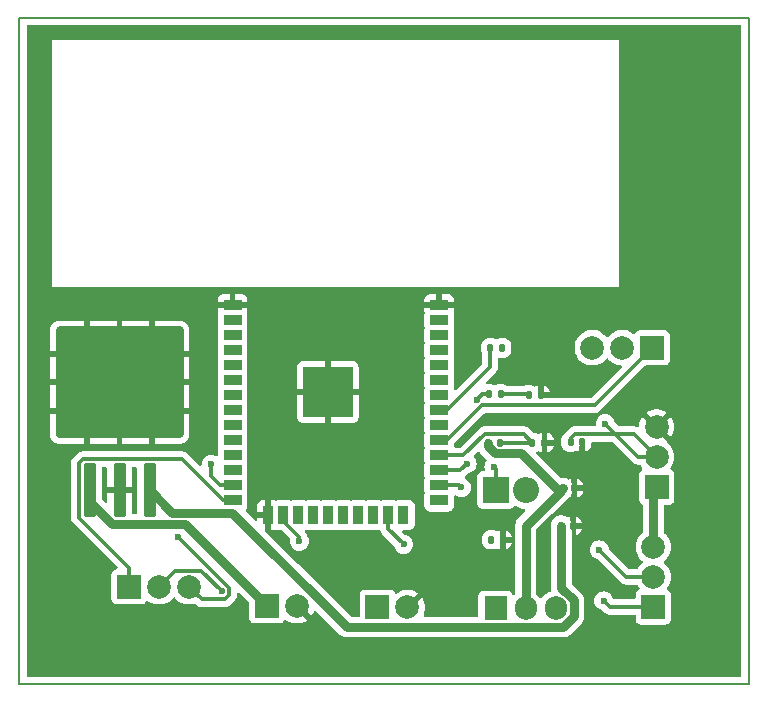
<source format=gbr>
%TF.GenerationSoftware,KiCad,Pcbnew,8.0.6*%
%TF.CreationDate,2024-12-07T16:12:25-04:00*%
%TF.ProjectId,Tarea Final,54617265-6120-4466-996e-616c2e6b6963,rev?*%
%TF.SameCoordinates,Original*%
%TF.FileFunction,Copper,L1,Top*%
%TF.FilePolarity,Positive*%
%FSLAX46Y46*%
G04 Gerber Fmt 4.6, Leading zero omitted, Abs format (unit mm)*
G04 Created by KiCad (PCBNEW 8.0.6) date 2024-12-07 16:12:25*
%MOMM*%
%LPD*%
G01*
G04 APERTURE LIST*
G04 Aperture macros list*
%AMRoundRect*
0 Rectangle with rounded corners*
0 $1 Rounding radius*
0 $2 $3 $4 $5 $6 $7 $8 $9 X,Y pos of 4 corners*
0 Add a 4 corners polygon primitive as box body*
4,1,4,$2,$3,$4,$5,$6,$7,$8,$9,$2,$3,0*
0 Add four circle primitives for the rounded corners*
1,1,$1+$1,$2,$3*
1,1,$1+$1,$4,$5*
1,1,$1+$1,$6,$7*
1,1,$1+$1,$8,$9*
0 Add four rect primitives between the rounded corners*
20,1,$1+$1,$2,$3,$4,$5,0*
20,1,$1+$1,$4,$5,$6,$7,0*
20,1,$1+$1,$6,$7,$8,$9,0*
20,1,$1+$1,$8,$9,$2,$3,0*%
G04 Aperture macros list end*
%TA.AperFunction,NonConductor*%
%ADD10C,0.200000*%
%TD*%
%TA.AperFunction,ComponentPad*%
%ADD11R,2.200000X2.200000*%
%TD*%
%TA.AperFunction,ComponentPad*%
%ADD12O,2.200000X2.200000*%
%TD*%
%TA.AperFunction,SMDPad,CuDef*%
%ADD13RoundRect,0.250000X0.300000X-2.050000X0.300000X2.050000X-0.300000X2.050000X-0.300000X-2.050000X0*%
%TD*%
%TA.AperFunction,SMDPad,CuDef*%
%ADD14RoundRect,0.250000X2.375000X-2.025000X2.375000X2.025000X-2.375000X2.025000X-2.375000X-2.025000X0*%
%TD*%
%TA.AperFunction,SMDPad,CuDef*%
%ADD15RoundRect,0.250002X5.149998X-4.449998X5.149998X4.449998X-5.149998X4.449998X-5.149998X-4.449998X0*%
%TD*%
%TA.AperFunction,SMDPad,CuDef*%
%ADD16R,1.500000X0.900000*%
%TD*%
%TA.AperFunction,SMDPad,CuDef*%
%ADD17R,0.900000X1.500000*%
%TD*%
%TA.AperFunction,SMDPad,CuDef*%
%ADD18R,1.050000X1.050000*%
%TD*%
%TA.AperFunction,HeatsinkPad*%
%ADD19C,0.600000*%
%TD*%
%TA.AperFunction,SMDPad,CuDef*%
%ADD20R,4.200000X4.200000*%
%TD*%
%TA.AperFunction,SMDPad,CuDef*%
%ADD21RoundRect,0.135000X-0.135000X-0.185000X0.135000X-0.185000X0.135000X0.185000X-0.135000X0.185000X0*%
%TD*%
%TA.AperFunction,ComponentPad*%
%ADD22R,1.905000X2.000000*%
%TD*%
%TA.AperFunction,ComponentPad*%
%ADD23O,1.905000X2.000000*%
%TD*%
%TA.AperFunction,ComponentPad*%
%ADD24R,2.000000X2.000000*%
%TD*%
%TA.AperFunction,ComponentPad*%
%ADD25C,2.000000*%
%TD*%
%TA.AperFunction,SMDPad,CuDef*%
%ADD26RoundRect,0.140000X-0.140000X-0.170000X0.140000X-0.170000X0.140000X0.170000X-0.140000X0.170000X0*%
%TD*%
%TA.AperFunction,ViaPad*%
%ADD27C,0.600000*%
%TD*%
%TA.AperFunction,Conductor*%
%ADD28C,0.300000*%
%TD*%
%TA.AperFunction,Conductor*%
%ADD29C,0.762000*%
%TD*%
G04 APERTURE END LIST*
D10*
X104010000Y-50790000D02*
X165740000Y-50790000D01*
X165740000Y-107220000D01*
X104010000Y-107220000D01*
X104010000Y-50790000D01*
D11*
%TO.P,D1,1,K*%
%TO.N,Net-(D1-K)*%
X144370000Y-90800000D03*
D12*
%TO.P,D1,2,A*%
%TO.N,Net-(D1-A)*%
X146910000Y-90800000D03*
%TD*%
D13*
%TO.P,U2,1,IN*%
%TO.N,+36V*%
X109940000Y-90810000D03*
%TO.P,U2,2,GND*%
%TO.N,GND*%
X112480000Y-90810000D03*
D14*
X109705000Y-84085000D03*
X115255000Y-84085000D03*
D15*
X112480000Y-81660000D03*
D14*
X109705000Y-79235000D03*
X115255000Y-79235000D03*
D13*
%TO.P,U2,3,OUT*%
%TO.N,+5V*%
X115020000Y-90810000D03*
%TD*%
D16*
%TO.P,U1,1,GND*%
%TO.N,GND*%
X122050000Y-75150000D03*
%TO.P,U1,2,VDD*%
%TO.N,VDD*%
X122050000Y-76420000D03*
%TO.P,U1,3,EN*%
%TO.N,unconnected-(U1-EN-Pad3)*%
X122050000Y-77690000D03*
%TO.P,U1,4,SENSOR_VP*%
%TO.N,unconnected-(U1-SENSOR_VP-Pad4)*%
X122050000Y-78960000D03*
%TO.P,U1,5,SENSOR_VN*%
%TO.N,unconnected-(U1-SENSOR_VN-Pad5)*%
X122050000Y-80230000D03*
%TO.P,U1,6,IO34*%
%TO.N,unconnected-(U1-IO34-Pad6)*%
X122050000Y-81500000D03*
%TO.P,U1,7,IO35*%
%TO.N,unconnected-(U1-IO35-Pad7)*%
X122050000Y-82770000D03*
%TO.P,U1,8,IO32*%
%TO.N,unconnected-(U1-IO32-Pad8)*%
X122050000Y-84040000D03*
%TO.P,U1,9,IO33*%
%TO.N,unconnected-(U1-IO33-Pad9)*%
X122050000Y-85310000D03*
%TO.P,U1,10,IO25*%
%TO.N,unconnected-(U1-IO25-Pad10)*%
X122050000Y-86580000D03*
%TO.P,U1,11,IO26*%
%TO.N,unconnected-(U1-IO26-Pad11)*%
X122050000Y-87850000D03*
%TO.P,U1,12,IO27*%
%TO.N,unconnected-(U1-IO27-Pad12)*%
X122050000Y-89120000D03*
%TO.P,U1,13,IO14*%
%TO.N,Led-Verde*%
X122050000Y-90390000D03*
%TO.P,U1,14,IO12*%
%TO.N,Led-Rojo*%
X122050000Y-91660000D03*
D17*
%TO.P,U1,15,GND*%
%TO.N,GND*%
X125090000Y-92910000D03*
%TO.P,U1,16,IO13*%
%TO.N,Led-Amarillo*%
X126360000Y-92910000D03*
%TO.P,U1,17,SHD/SD2*%
%TO.N,unconnected-(U1-SHD{slash}SD2-Pad17)*%
X127630000Y-92910000D03*
%TO.P,U1,18,SWP/SD3*%
%TO.N,unconnected-(U1-SWP{slash}SD3-Pad18)*%
X128900000Y-92910000D03*
%TO.P,U1,19,SCS/CMD*%
%TO.N,unconnected-(U1-SCS{slash}CMD-Pad19)*%
X130170000Y-92910000D03*
%TO.P,U1,20,SCK/CLK*%
%TO.N,unconnected-(U1-SCK{slash}CLK-Pad20)*%
X131440000Y-92910000D03*
%TO.P,U1,21,SDO/SD0*%
%TO.N,unconnected-(U1-SDO{slash}SD0-Pad21)*%
X132710000Y-92910000D03*
%TO.P,U1,22,SDI/SD1*%
%TO.N,unconnected-(U1-SDI{slash}SD1-Pad22)*%
X133980000Y-92910000D03*
%TO.P,U1,23,IO15*%
%TO.N,Boton1*%
X135250000Y-92910000D03*
%TO.P,U1,24,IO2*%
%TO.N,unconnected-(U1-IO2-Pad24)*%
X136520000Y-92910000D03*
D16*
%TO.P,U1,25,IO0*%
%TO.N,unconnected-(U1-IO0-Pad25)*%
X139550000Y-91660000D03*
%TO.P,U1,26,IO4*%
%TO.N,Ajuste de velocidad*%
X139550000Y-90390000D03*
%TO.P,U1,27,IO16*%
%TO.N,Boton2*%
X139550000Y-89120000D03*
%TO.P,U1,28,IO17*%
%TO.N,MEDICION_BATERIA*%
X139550000Y-87850000D03*
%TO.P,U1,29,IO5*%
%TO.N,ON_OFF_VAR*%
X139550000Y-86580000D03*
%TO.P,U1,30,IO18*%
%TO.N,Detecion_cargador*%
X139550000Y-85310000D03*
%TO.P,U1,31,IO19*%
%TO.N,Activacion_carga*%
X139550000Y-84040000D03*
%TO.P,U1,32,NC*%
%TO.N,unconnected-(U1-NC-Pad32)*%
X139550000Y-82770000D03*
%TO.P,U1,33,IO21*%
%TO.N,unconnected-(U1-IO21-Pad33)*%
X139550000Y-81500000D03*
%TO.P,U1,34,RXD0/IO3*%
%TO.N,unconnected-(U1-RXD0{slash}IO3-Pad34)*%
X139550000Y-80230000D03*
%TO.P,U1,35,TXD0/IO1*%
%TO.N,unconnected-(U1-TXD0{slash}IO1-Pad35)*%
X139550000Y-78960000D03*
%TO.P,U1,36,IO22*%
%TO.N,unconnected-(U1-IO22-Pad36)*%
X139550000Y-77690000D03*
%TO.P,U1,37,IO23*%
%TO.N,unconnected-(U1-IO23-Pad37)*%
X139550000Y-76420000D03*
%TO.P,U1,38,GND*%
%TO.N,GND*%
X139550000Y-75150000D03*
D18*
%TO.P,U1,39,GND*%
X128595000Y-80965000D03*
D19*
X128595000Y-81727500D03*
D18*
X128595000Y-82490000D03*
D19*
X128595000Y-83252500D03*
D18*
X128595000Y-84015000D03*
D19*
X129357500Y-80965000D03*
X129357500Y-82490000D03*
X129357500Y-84015000D03*
D18*
X130120000Y-80965000D03*
D19*
X130120000Y-81727500D03*
D18*
X130120000Y-82490000D03*
D20*
X130120000Y-82490000D03*
D19*
X130120000Y-83252500D03*
D18*
X130120000Y-84015000D03*
D19*
X130882500Y-80965000D03*
X130882500Y-82490000D03*
X130882500Y-84015000D03*
D18*
X131645000Y-80965000D03*
D19*
X131645000Y-81727500D03*
D18*
X131645000Y-82490000D03*
D19*
X131645000Y-83252500D03*
D18*
X131645000Y-84015000D03*
%TD*%
D21*
%TO.P,R5,1*%
%TO.N,Activacion_carga*%
X143860000Y-78760000D03*
%TO.P,R5,2*%
%TO.N,Net-(Q1-B)*%
X144880000Y-78760000D03*
%TD*%
%TO.P,R4,1*%
%TO.N,Detecion_cargador*%
X147120000Y-82750000D03*
%TO.P,R4,2*%
%TO.N,GND*%
X148140000Y-82750000D03*
%TD*%
%TO.P,R3,1*%
%TO.N,Net-(D1-K)*%
X143740000Y-82660000D03*
%TO.P,R3,2*%
%TO.N,Detecion_cargador*%
X144760000Y-82660000D03*
%TD*%
%TO.P,R2,1*%
%TO.N,MEDICION_BATERIA*%
X147440000Y-86770000D03*
%TO.P,R2,2*%
%TO.N,GND*%
X148460000Y-86770000D03*
%TD*%
%TO.P,R1,1*%
%TO.N,+36V*%
X143700000Y-86770000D03*
%TO.P,R1,2*%
%TO.N,MEDICION_BATERIA*%
X144720000Y-86770000D03*
%TD*%
D22*
%TO.P,Q1,1,B*%
%TO.N,Net-(Q1-B)*%
X144320000Y-100810000D03*
D23*
%TO.P,Q1,2,C*%
%TO.N,+36V*%
X146860000Y-100810000D03*
%TO.P,Q1,3,E*%
%TO.N,Net-(D1-K)*%
X149400000Y-100810000D03*
%TD*%
D24*
%TO.P,J6,1,Pin_1*%
%TO.N,Net-(D1-A)*%
X134320000Y-100730000D03*
D25*
%TO.P,J6,2,Pin_2*%
%TO.N,GND*%
X136860000Y-100730000D03*
%TD*%
D24*
%TO.P,J5,1,Pin_1*%
%TO.N,+36V*%
X124955000Y-100580000D03*
D25*
%TO.P,J5,2,Pin_2*%
%TO.N,GND*%
X127495000Y-100580000D03*
%TD*%
D24*
%TO.P,J4,1,Pin_1*%
%TO.N,Boton1*%
X157680000Y-100680000D03*
D25*
%TO.P,J4,2,Pin_2*%
%TO.N,Boton2*%
X157680000Y-98140000D03*
%TO.P,J4,3,Pin_3*%
%TO.N,+3.3V*%
X157680000Y-95600000D03*
%TD*%
D24*
%TO.P,J3,1,Pin_1*%
%TO.N,Led-Rojo*%
X113300000Y-98980000D03*
D25*
%TO.P,J3,2,Pin_2*%
%TO.N,Led-Amarillo*%
X115840000Y-98980000D03*
%TO.P,J3,3,Pin_3*%
%TO.N,Led-Verde*%
X118380000Y-98980000D03*
%TD*%
D24*
%TO.P,J2,1,Pin_1*%
%TO.N,ON_OFF_VAR*%
X157590000Y-78740000D03*
D25*
%TO.P,J2,2,Pin_2*%
%TO.N,unconnected-(J2-Pin_2-Pad2)*%
X155050000Y-78740000D03*
%TO.P,J2,3,Pin_3*%
%TO.N,unconnected-(J2-Pin_3-Pad3)*%
X152510000Y-78740000D03*
%TD*%
D24*
%TO.P,J1,1,Pin_1*%
%TO.N,+3.3V*%
X157950000Y-90530000D03*
D25*
%TO.P,J1,2,Pin_2*%
%TO.N,Ajuste de velocidad*%
X157950000Y-87990000D03*
%TO.P,J1,3,Pin_3*%
%TO.N,GND*%
X157950000Y-85450000D03*
%TD*%
D26*
%TO.P,C4,1*%
%TO.N,+5V*%
X149890000Y-93800000D03*
%TO.P,C4,2*%
%TO.N,GND*%
X150850000Y-93800000D03*
%TD*%
%TO.P,C3,1*%
%TO.N,+36V*%
X150010000Y-90650000D03*
%TO.P,C3,2*%
%TO.N,GND*%
X150970000Y-90650000D03*
%TD*%
%TO.P,C2,1*%
%TO.N,Net-(D1-K)*%
X143960000Y-95000000D03*
%TO.P,C2,2*%
%TO.N,GND*%
X144920000Y-95000000D03*
%TD*%
%TO.P,C1,1*%
%TO.N,Ajuste de velocidad*%
X150670000Y-86720000D03*
%TO.P,C1,2*%
%TO.N,GND*%
X151630000Y-86720000D03*
%TD*%
D27*
%TO.N,Net-(D1-K)*%
X142710000Y-83130000D03*
X144180000Y-88850000D03*
%TO.N,Ajuste de velocidad*%
X141430000Y-90570000D03*
X153600000Y-85170000D03*
%TO.N,Boton1*%
X136530000Y-95390000D03*
X153470000Y-100170000D03*
X157680000Y-100680000D03*
X157680000Y-100680000D03*
%TO.N,Boton2*%
X141910000Y-88560000D03*
X153110000Y-95850000D03*
%TO.N,Led-Verde*%
X117464620Y-94805380D03*
X120240000Y-88620000D03*
%TO.N,Led-Amarillo*%
X127700000Y-95130000D03*
X121120000Y-99380000D03*
%TD*%
D28*
%TO.N,MEDICION_BATERIA*%
X144720000Y-86770000D02*
X147440000Y-86770000D01*
%TO.N,Ajuste de velocidad*%
X156020000Y-86060000D02*
X157950000Y-87990000D01*
X151020001Y-86060000D02*
X156020000Y-86060000D01*
X150670000Y-86410001D02*
X151020001Y-86060000D01*
X150670000Y-86720000D02*
X150670000Y-86410001D01*
%TO.N,MEDICION_BATERIA*%
X141586210Y-87850000D02*
X139550000Y-87850000D01*
X146709000Y-86039000D02*
X143397210Y-86039000D01*
X143397210Y-86039000D02*
X141586210Y-87850000D01*
X147440000Y-86770000D02*
X146709000Y-86039000D01*
%TO.N,Net-(D1-K)*%
X142710000Y-83130000D02*
X142670000Y-83170000D01*
X144370000Y-89040000D02*
X144180000Y-88850000D01*
X144370000Y-90800000D02*
X144370000Y-89040000D01*
X143180000Y-82660000D02*
X142710000Y-83130000D01*
X143740000Y-82660000D02*
X143180000Y-82660000D01*
%TO.N,Detecion_cargador*%
X147030000Y-82660000D02*
X147120000Y-82750000D01*
X144760000Y-82660000D02*
X147030000Y-82660000D01*
%TO.N,Activacion_carga*%
X140180000Y-84040000D02*
X139550000Y-84040000D01*
X143860000Y-78760000D02*
X143860000Y-80360000D01*
X143860000Y-80360000D02*
X140180000Y-84040000D01*
%TO.N,ON_OFF_VAR*%
X152700000Y-83630000D02*
X143130000Y-83630000D01*
X143130000Y-83630000D02*
X140180000Y-86580000D01*
X157590000Y-78740000D02*
X152700000Y-83630000D01*
X140180000Y-86580000D02*
X139550000Y-86580000D01*
%TO.N,Ajuste de velocidad*%
X141250000Y-90390000D02*
X141430000Y-90570000D01*
X139550000Y-90390000D02*
X141250000Y-90390000D01*
X156420000Y-87990000D02*
X153600000Y-85170000D01*
X157950000Y-87990000D02*
X156420000Y-87990000D01*
%TO.N,Boton1*%
X136530000Y-95390000D02*
X136550000Y-95410000D01*
X135250000Y-94110000D02*
X136530000Y-95390000D01*
X135250000Y-92910000D02*
X135250000Y-94110000D01*
X153980000Y-100680000D02*
X153470000Y-100170000D01*
X157680000Y-100680000D02*
X153980000Y-100680000D01*
%TO.N,Boton2*%
X141350000Y-89120000D02*
X141910000Y-88560000D01*
X139550000Y-89120000D02*
X141350000Y-89120000D01*
X155400000Y-98140000D02*
X153110000Y-95850000D01*
X157680000Y-98140000D02*
X155400000Y-98140000D01*
%TO.N,Led-Verde*%
X117464619Y-94805380D02*
X117429239Y-94770000D01*
X117464620Y-94805380D02*
X117464619Y-94805380D01*
X117464620Y-94805381D02*
X117464620Y-94805380D01*
X120240000Y-89630000D02*
X120240000Y-88620000D01*
X121000000Y-90390000D02*
X120240000Y-89630000D01*
X122050000Y-90390000D02*
X121000000Y-90390000D01*
X117429239Y-94770000D02*
X117370000Y-94770000D01*
X121770000Y-99110761D02*
X117464620Y-94805381D01*
X119430000Y-100030000D02*
X121389239Y-100030000D01*
X121770000Y-99649239D02*
X121770000Y-99110761D01*
X121389239Y-100030000D02*
X121770000Y-99649239D01*
X118380000Y-98980000D02*
X119430000Y-100030000D01*
%TO.N,Led-Amarillo*%
X127700000Y-95130000D02*
X127700000Y-95160000D01*
X127700000Y-94770761D02*
X127700000Y-95130000D01*
X126360000Y-93430761D02*
X127700000Y-94770761D01*
X126360000Y-92910000D02*
X126360000Y-93430761D01*
X121120000Y-99380000D02*
X121170000Y-99430000D01*
X119370000Y-97630000D02*
X121120000Y-99380000D01*
X117190000Y-97630000D02*
X119370000Y-97630000D01*
X115840000Y-98980000D02*
X117190000Y-97630000D01*
%TO.N,Led-Rojo*%
X109040000Y-88504544D02*
X109384544Y-88160000D01*
X117770000Y-88160000D02*
X121270000Y-91660000D01*
X109040000Y-93115456D02*
X109040000Y-88504544D01*
X121270000Y-91660000D02*
X122050000Y-91660000D01*
X113300000Y-97375456D02*
X109040000Y-93115456D01*
X109384544Y-88160000D02*
X117770000Y-88160000D01*
X113300000Y-98980000D02*
X113300000Y-97375456D01*
D29*
%TO.N,+5V*%
X116920000Y-92710000D02*
X115020000Y-90810000D01*
X150933500Y-101492696D02*
X150035196Y-102391000D01*
X131711000Y-102391000D02*
X122030000Y-92710000D01*
X122030000Y-92710000D02*
X116920000Y-92710000D01*
X150933500Y-100127304D02*
X150933500Y-101492696D01*
X149890000Y-99083804D02*
X150933500Y-100127304D01*
X149890000Y-93800000D02*
X149890000Y-99083804D01*
X150035196Y-102391000D02*
X131711000Y-102391000D01*
%TO.N,+3.3V*%
X157680000Y-90800000D02*
X157950000Y-90530000D01*
X157680000Y-95600000D02*
X157680000Y-90800000D01*
%TO.N,+36V*%
X143700000Y-87086318D02*
X143700000Y-86770000D01*
X149745000Y-90915000D02*
X146501000Y-87671000D01*
X146501000Y-87671000D02*
X144284682Y-87671000D01*
X149745000Y-90915000D02*
X150010000Y-90650000D01*
X144284682Y-87671000D02*
X143700000Y-87086318D01*
X146860000Y-93800000D02*
X149745000Y-90915000D01*
X146860000Y-100810000D02*
X146860000Y-93800000D01*
X109940000Y-91802138D02*
X109940000Y-90810000D01*
X118066000Y-93691000D02*
X111828862Y-93691000D01*
X124955000Y-100580000D02*
X118066000Y-93691000D01*
X111828862Y-93691000D02*
X109940000Y-91802138D01*
%TD*%
%TA.AperFunction,Conductor*%
%TO.N,GND*%
G36*
X111373039Y-88830185D02*
G01*
X111418794Y-88882989D01*
X111430000Y-88934500D01*
X111430000Y-90560000D01*
X113529999Y-90560000D01*
X113529999Y-88934500D01*
X113549684Y-88867461D01*
X113602488Y-88821706D01*
X113653999Y-88810500D01*
X113845500Y-88810500D01*
X113912539Y-88830185D01*
X113958294Y-88882989D01*
X113969500Y-88934500D01*
X113969501Y-92685500D01*
X113949816Y-92752539D01*
X113897012Y-92798294D01*
X113845501Y-92809500D01*
X113654000Y-92809500D01*
X113586961Y-92789815D01*
X113541206Y-92737011D01*
X113530000Y-92685500D01*
X113530000Y-91060000D01*
X111430000Y-91060000D01*
X111430000Y-91746146D01*
X111410315Y-91813186D01*
X111357511Y-91858940D01*
X111288353Y-91868884D01*
X111224797Y-91839859D01*
X111218319Y-91833827D01*
X111026818Y-91642326D01*
X110993333Y-91581003D01*
X110990499Y-91554645D01*
X110990499Y-88934500D01*
X111010184Y-88867461D01*
X111062988Y-88821706D01*
X111114499Y-88810500D01*
X111306000Y-88810500D01*
X111373039Y-88830185D01*
G37*
%TD.AperFunction*%
%TA.AperFunction,Conductor*%
G36*
X165082539Y-51410185D02*
G01*
X165128294Y-51462989D01*
X165139500Y-51514500D01*
X165139500Y-106495500D01*
X165119815Y-106562539D01*
X165067011Y-106608294D01*
X165015500Y-106619500D01*
X104734500Y-106619500D01*
X104667461Y-106599815D01*
X104621706Y-106547011D01*
X104610500Y-106495500D01*
X104610500Y-88440472D01*
X108389500Y-88440472D01*
X108389500Y-88440475D01*
X108389500Y-93179525D01*
X108401146Y-93238073D01*
X108401732Y-93241016D01*
X108401732Y-93241018D01*
X108414497Y-93305192D01*
X108414499Y-93305200D01*
X108463534Y-93423581D01*
X108534726Y-93530129D01*
X108534727Y-93530130D01*
X112278313Y-97273715D01*
X112311798Y-97335038D01*
X112306814Y-97404730D01*
X112264942Y-97460663D01*
X112203891Y-97484685D01*
X112192519Y-97485907D01*
X112057671Y-97536202D01*
X112057664Y-97536206D01*
X111942455Y-97622452D01*
X111942452Y-97622455D01*
X111856206Y-97737664D01*
X111856202Y-97737671D01*
X111805908Y-97872517D01*
X111799501Y-97932116D01*
X111799500Y-97932135D01*
X111799500Y-100027870D01*
X111799501Y-100027876D01*
X111805908Y-100087483D01*
X111856202Y-100222328D01*
X111856206Y-100222335D01*
X111942452Y-100337544D01*
X111942455Y-100337547D01*
X112057664Y-100423793D01*
X112057671Y-100423797D01*
X112192517Y-100474091D01*
X112192516Y-100474091D01*
X112199444Y-100474835D01*
X112252127Y-100480500D01*
X114347872Y-100480499D01*
X114407483Y-100474091D01*
X114542331Y-100423796D01*
X114657546Y-100337546D01*
X114743796Y-100222331D01*
X114743797Y-100222326D01*
X114748047Y-100214546D01*
X114751288Y-100216316D01*
X114782541Y-100174393D01*
X114847956Y-100149844D01*
X114916259Y-100164558D01*
X114933212Y-100175655D01*
X115016491Y-100240474D01*
X115235190Y-100358828D01*
X115470386Y-100439571D01*
X115715665Y-100480500D01*
X115964335Y-100480500D01*
X116209614Y-100439571D01*
X116444810Y-100358828D01*
X116663509Y-100240474D01*
X116859744Y-100087738D01*
X117018771Y-99914988D01*
X117078657Y-99878999D01*
X117148495Y-99881099D01*
X117201228Y-99914988D01*
X117360256Y-100087738D01*
X117556491Y-100240474D01*
X117556493Y-100240475D01*
X117757489Y-100349249D01*
X117775190Y-100358828D01*
X118010386Y-100439571D01*
X118255665Y-100480500D01*
X118504335Y-100480500D01*
X118749614Y-100439571D01*
X118802966Y-100421254D01*
X118872762Y-100418104D01*
X118930907Y-100450853D01*
X119015330Y-100535276D01*
X119089253Y-100584669D01*
X119121873Y-100606465D01*
X119240256Y-100655501D01*
X119240260Y-100655501D01*
X119240261Y-100655502D01*
X119365928Y-100680500D01*
X119365931Y-100680500D01*
X121453310Y-100680500D01*
X121561438Y-100658991D01*
X121578983Y-100655501D01*
X121697366Y-100606465D01*
X121716936Y-100593389D01*
X121803908Y-100535277D01*
X122275276Y-100063909D01*
X122346465Y-99957366D01*
X122395501Y-99838983D01*
X122399182Y-99820478D01*
X122407328Y-99779525D01*
X122420500Y-99713310D01*
X122420500Y-99591491D01*
X122440185Y-99524452D01*
X122492989Y-99478697D01*
X122562147Y-99468753D01*
X122625703Y-99497778D01*
X122632181Y-99503810D01*
X123418181Y-100289810D01*
X123451666Y-100351133D01*
X123454500Y-100377491D01*
X123454500Y-101627870D01*
X123454501Y-101627876D01*
X123460908Y-101687483D01*
X123511202Y-101822328D01*
X123511206Y-101822335D01*
X123597452Y-101937544D01*
X123597455Y-101937547D01*
X123712664Y-102023793D01*
X123712671Y-102023797D01*
X123847517Y-102074091D01*
X123847516Y-102074091D01*
X123854444Y-102074835D01*
X123907127Y-102080500D01*
X126002872Y-102080499D01*
X126062483Y-102074091D01*
X126197331Y-102023796D01*
X126312546Y-101937546D01*
X126398796Y-101822331D01*
X126398797Y-101822326D01*
X126403047Y-101814546D01*
X126406135Y-101816232D01*
X126437873Y-101773790D01*
X126503324Y-101749339D01*
X126571605Y-101764155D01*
X126588398Y-101775165D01*
X126671768Y-101840055D01*
X126671771Y-101840057D01*
X126890385Y-101958364D01*
X126890396Y-101958369D01*
X127125506Y-102039083D01*
X127370707Y-102080000D01*
X127619293Y-102080000D01*
X127864493Y-102039083D01*
X128099603Y-101958369D01*
X128099614Y-101958364D01*
X128318228Y-101840057D01*
X128318231Y-101840055D01*
X128365056Y-101803609D01*
X127706059Y-101144612D01*
X127726591Y-101139111D01*
X127863408Y-101060119D01*
X127975119Y-100948408D01*
X128054111Y-100811591D01*
X128059612Y-100791060D01*
X128718434Y-101449882D01*
X128818732Y-101296367D01*
X128913828Y-101079567D01*
X128958783Y-101026081D01*
X129025519Y-101005390D01*
X129092847Y-101024064D01*
X129115065Y-101041695D01*
X131026294Y-102952923D01*
X131149074Y-103075703D01*
X131149078Y-103075707D01*
X131293446Y-103172171D01*
X131293459Y-103172178D01*
X131453871Y-103238622D01*
X131453876Y-103238624D01*
X131453880Y-103238624D01*
X131453881Y-103238625D01*
X131624177Y-103272500D01*
X131624180Y-103272500D01*
X150122019Y-103272500D01*
X150236589Y-103249709D01*
X150292320Y-103238624D01*
X150372531Y-103205399D01*
X150452739Y-103172177D01*
X150452740Y-103172176D01*
X150452743Y-103172175D01*
X150597120Y-103075706D01*
X151618206Y-102054619D01*
X151677562Y-101965786D01*
X151714675Y-101910243D01*
X151744813Y-101837483D01*
X151781125Y-101749820D01*
X151815000Y-101579516D01*
X151815000Y-101405875D01*
X151815000Y-100040484D01*
X151815000Y-100040480D01*
X151812816Y-100029503D01*
X151812815Y-100029498D01*
X151788008Y-99904785D01*
X151781125Y-99870180D01*
X151726426Y-99738127D01*
X151714675Y-99709757D01*
X151714674Y-99709755D01*
X151714673Y-99709753D01*
X151661717Y-99630500D01*
X151661716Y-99630499D01*
X151656383Y-99622517D01*
X151618206Y-99565380D01*
X151618204Y-99565378D01*
X151618202Y-99565375D01*
X150807819Y-98754992D01*
X150774334Y-98693669D01*
X150771500Y-98667311D01*
X150771500Y-94604503D01*
X151100000Y-94604503D01*
X151246195Y-94562031D01*
X151385374Y-94479721D01*
X151385383Y-94479714D01*
X151499714Y-94365383D01*
X151499721Y-94365374D01*
X151582031Y-94226195D01*
X151582033Y-94226190D01*
X151627144Y-94070918D01*
X151627145Y-94070912D01*
X151628790Y-94050000D01*
X151100000Y-94050000D01*
X151100000Y-94604503D01*
X150771500Y-94604503D01*
X150771500Y-93713177D01*
X150737625Y-93542881D01*
X150737624Y-93542880D01*
X150737624Y-93542876D01*
X150737622Y-93542871D01*
X150671178Y-93382459D01*
X150671171Y-93382446D01*
X150620898Y-93307207D01*
X150600020Y-93240529D01*
X150600000Y-93238316D01*
X150600000Y-92995494D01*
X151100000Y-92995494D01*
X151100000Y-93550000D01*
X151628790Y-93550000D01*
X151627145Y-93529089D01*
X151582031Y-93373804D01*
X151499721Y-93234625D01*
X151499714Y-93234616D01*
X151385383Y-93120285D01*
X151385374Y-93120278D01*
X151246193Y-93037967D01*
X151246190Y-93037965D01*
X151100001Y-92995493D01*
X151100000Y-92995494D01*
X150600000Y-92995494D01*
X150599998Y-92995493D01*
X150453805Y-93037967D01*
X150446647Y-93041065D01*
X150445523Y-93038469D01*
X150390794Y-93052334D01*
X150326551Y-93031523D01*
X150307552Y-93018828D01*
X150307543Y-93018823D01*
X150147124Y-92952376D01*
X150147118Y-92952374D01*
X149976822Y-92918500D01*
X149976820Y-92918500D01*
X149803180Y-92918500D01*
X149803178Y-92918500D01*
X149632881Y-92952374D01*
X149632871Y-92952377D01*
X149472459Y-93018821D01*
X149472446Y-93018828D01*
X149328077Y-93115293D01*
X149328073Y-93115296D01*
X149205296Y-93238073D01*
X149205293Y-93238077D01*
X149108828Y-93382446D01*
X149108821Y-93382459D01*
X149042377Y-93542871D01*
X149042374Y-93542881D01*
X149008500Y-93713177D01*
X149008500Y-99170629D01*
X149022745Y-99242245D01*
X149016518Y-99311837D01*
X148973654Y-99367014D01*
X148939448Y-99384366D01*
X148842241Y-99415951D01*
X148638461Y-99519783D01*
X148572550Y-99567671D01*
X148453434Y-99654214D01*
X148453432Y-99654216D01*
X148453431Y-99654216D01*
X148291715Y-99815932D01*
X148230318Y-99900438D01*
X148174987Y-99943103D01*
X148105374Y-99949082D01*
X148043579Y-99916476D01*
X148029682Y-99900438D01*
X148015631Y-99881099D01*
X147968286Y-99815934D01*
X147806566Y-99654214D01*
X147792610Y-99644074D01*
X147749947Y-99588743D01*
X147741500Y-99543759D01*
X147741500Y-94216492D01*
X147761185Y-94149453D01*
X147777819Y-94128811D01*
X149108336Y-92798294D01*
X150429706Y-91476924D01*
X150429706Y-91476923D01*
X150460574Y-91446055D01*
X150521897Y-91412570D01*
X150582849Y-91414659D01*
X150720000Y-91454504D01*
X150720000Y-91454503D01*
X151220000Y-91454503D01*
X151366195Y-91412031D01*
X151505374Y-91329721D01*
X151505383Y-91329714D01*
X151619714Y-91215383D01*
X151619721Y-91215374D01*
X151702031Y-91076195D01*
X151702033Y-91076190D01*
X151747144Y-90920918D01*
X151747145Y-90920912D01*
X151748790Y-90900000D01*
X151220000Y-90900000D01*
X151220000Y-91454503D01*
X150720000Y-91454503D01*
X150720000Y-91211682D01*
X150739685Y-91144643D01*
X150740898Y-91142791D01*
X150791171Y-91067552D01*
X150791171Y-91067551D01*
X150791175Y-91067546D01*
X150857625Y-90907124D01*
X150891500Y-90736820D01*
X150891500Y-90563179D01*
X150857625Y-90392876D01*
X150791175Y-90232453D01*
X150740897Y-90157206D01*
X150720020Y-90090528D01*
X150720000Y-90088316D01*
X150720000Y-89845494D01*
X151220000Y-89845494D01*
X151220000Y-90400000D01*
X151748790Y-90400000D01*
X151747145Y-90379089D01*
X151702031Y-90223804D01*
X151619721Y-90084625D01*
X151619714Y-90084616D01*
X151505383Y-89970285D01*
X151505374Y-89970278D01*
X151366193Y-89887967D01*
X151366190Y-89887965D01*
X151220001Y-89845493D01*
X151220000Y-89845494D01*
X150720000Y-89845494D01*
X150719998Y-89845493D01*
X150573805Y-89887967D01*
X150566647Y-89891065D01*
X150565523Y-89888469D01*
X150510794Y-89902334D01*
X150446551Y-89881523D01*
X150427546Y-89868824D01*
X150267124Y-89802375D01*
X150267116Y-89802373D01*
X150096825Y-89768500D01*
X150096821Y-89768500D01*
X149923180Y-89768500D01*
X149923168Y-89768500D01*
X149923068Y-89768521D01*
X149923014Y-89768516D01*
X149917116Y-89769097D01*
X149917005Y-89767977D01*
X149853477Y-89762285D01*
X149811211Y-89734582D01*
X147810538Y-87733908D01*
X147777053Y-87672585D01*
X147782037Y-87602893D01*
X147823909Y-87546960D01*
X147835088Y-87539500D01*
X147887372Y-87508580D01*
X147955093Y-87491398D01*
X148013612Y-87508581D01*
X148070805Y-87542404D01*
X148210000Y-87582844D01*
X148210000Y-87582843D01*
X148710000Y-87582843D01*
X148849194Y-87542404D01*
X148987285Y-87460738D01*
X148987294Y-87460731D01*
X149100731Y-87347294D01*
X149100738Y-87347285D01*
X149182406Y-87209191D01*
X149182407Y-87209188D01*
X149227166Y-87055128D01*
X149227167Y-87055122D01*
X149229931Y-87020000D01*
X148710000Y-87020000D01*
X148710000Y-87582843D01*
X148210000Y-87582843D01*
X148210000Y-87030408D01*
X148210382Y-87020679D01*
X148210500Y-87019181D01*
X148210499Y-86520820D01*
X148210434Y-86520000D01*
X148210382Y-86519332D01*
X148210000Y-86509607D01*
X148210000Y-85957154D01*
X148710000Y-85957154D01*
X148710000Y-86520000D01*
X149229931Y-86520000D01*
X149227200Y-86485302D01*
X149889500Y-86485302D01*
X149889500Y-86954697D01*
X149892356Y-86990991D01*
X149892357Y-86990997D01*
X149937504Y-87146390D01*
X149937505Y-87146393D01*
X150019881Y-87285684D01*
X150019887Y-87285692D01*
X150134307Y-87400112D01*
X150134311Y-87400115D01*
X150134313Y-87400117D01*
X150273605Y-87482494D01*
X150314587Y-87494400D01*
X150429002Y-87527642D01*
X150429005Y-87527642D01*
X150429007Y-87527643D01*
X150465310Y-87530500D01*
X150465318Y-87530500D01*
X150874682Y-87530500D01*
X150874690Y-87530500D01*
X150910993Y-87527643D01*
X150910995Y-87527642D01*
X150910997Y-87527642D01*
X150992836Y-87503865D01*
X151066395Y-87482494D01*
X151087369Y-87470089D01*
X151155088Y-87452906D01*
X151213613Y-87470090D01*
X151233803Y-87482031D01*
X151380000Y-87524504D01*
X151380000Y-87218352D01*
X151397267Y-87155233D01*
X151402494Y-87146395D01*
X151422405Y-87077864D01*
X151447642Y-86990997D01*
X151447643Y-86990991D01*
X151450500Y-86954690D01*
X151450500Y-86834500D01*
X151470185Y-86767461D01*
X151522989Y-86721706D01*
X151574500Y-86710500D01*
X151756000Y-86710500D01*
X151823039Y-86730185D01*
X151868794Y-86782989D01*
X151880000Y-86834500D01*
X151880000Y-87524503D01*
X152026195Y-87482031D01*
X152165374Y-87399721D01*
X152165383Y-87399714D01*
X152279714Y-87285383D01*
X152279721Y-87285374D01*
X152362030Y-87146196D01*
X152407145Y-86990910D01*
X152407145Y-86990907D01*
X152409999Y-86954644D01*
X152410000Y-86954629D01*
X152410000Y-86834500D01*
X152429685Y-86767461D01*
X152482489Y-86721706D01*
X152534000Y-86710500D01*
X154169192Y-86710500D01*
X154236231Y-86730185D01*
X154256873Y-86746819D01*
X156005324Y-88495271D01*
X156005327Y-88495274D01*
X156005330Y-88495276D01*
X156080462Y-88545477D01*
X156111873Y-88566465D01*
X156230256Y-88615501D01*
X156230260Y-88615501D01*
X156230261Y-88615502D01*
X156355928Y-88640500D01*
X156355931Y-88640500D01*
X156516163Y-88640500D01*
X156583202Y-88660185D01*
X156622560Y-88702614D01*
X156623022Y-88702313D01*
X156624787Y-88705015D01*
X156625214Y-88705475D01*
X156625823Y-88706600D01*
X156625825Y-88706604D01*
X156625827Y-88706607D01*
X156756742Y-88906988D01*
X156776929Y-88973877D01*
X156757749Y-89041063D01*
X156712367Y-89083637D01*
X156707670Y-89086201D01*
X156592455Y-89172452D01*
X156592452Y-89172455D01*
X156506206Y-89287664D01*
X156506202Y-89287671D01*
X156455908Y-89422517D01*
X156449501Y-89482116D01*
X156449501Y-89482123D01*
X156449500Y-89482135D01*
X156449500Y-91577870D01*
X156449501Y-91577876D01*
X156455908Y-91637483D01*
X156506202Y-91772328D01*
X156506206Y-91772335D01*
X156592452Y-91887544D01*
X156592455Y-91887547D01*
X156707665Y-91973794D01*
X156707667Y-91973794D01*
X156707669Y-91973796D01*
X156717830Y-91977585D01*
X156773763Y-92019453D01*
X156798184Y-92084916D01*
X156798500Y-92093768D01*
X156798500Y-94324042D01*
X156778815Y-94391081D01*
X156750663Y-94421895D01*
X156660258Y-94492260D01*
X156491833Y-94675217D01*
X156355826Y-94883393D01*
X156255936Y-95111118D01*
X156194892Y-95352175D01*
X156194890Y-95352187D01*
X156174357Y-95599994D01*
X156174357Y-95600005D01*
X156194890Y-95847812D01*
X156194892Y-95847824D01*
X156255936Y-96088881D01*
X156355826Y-96316606D01*
X156491833Y-96524782D01*
X156491836Y-96524785D01*
X156660256Y-96707738D01*
X156743008Y-96772147D01*
X156783821Y-96828857D01*
X156787496Y-96898630D01*
X156752864Y-96959313D01*
X156743014Y-96967848D01*
X156695926Y-97004499D01*
X156660257Y-97032261D01*
X156491833Y-97215217D01*
X156355826Y-97423393D01*
X156355214Y-97424525D01*
X156354842Y-97424898D01*
X156353022Y-97427686D01*
X156352448Y-97427311D01*
X156305991Y-97474112D01*
X156246163Y-97489500D01*
X155720808Y-97489500D01*
X155653769Y-97469815D01*
X155633127Y-97453181D01*
X153931722Y-95751776D01*
X153898237Y-95690453D01*
X153896182Y-95677973D01*
X153895368Y-95670745D01*
X153835789Y-95500478D01*
X153822621Y-95479522D01*
X153794769Y-95435195D01*
X153739816Y-95347738D01*
X153612262Y-95220184D01*
X153597240Y-95210745D01*
X153459523Y-95124211D01*
X153289254Y-95064631D01*
X153289249Y-95064630D01*
X153110004Y-95044435D01*
X153109996Y-95044435D01*
X152930750Y-95064630D01*
X152930745Y-95064631D01*
X152760476Y-95124211D01*
X152607737Y-95220184D01*
X152480184Y-95347737D01*
X152384211Y-95500476D01*
X152324631Y-95670745D01*
X152324630Y-95670750D01*
X152304435Y-95849996D01*
X152304435Y-95850003D01*
X152324630Y-96029249D01*
X152324631Y-96029254D01*
X152384211Y-96199523D01*
X152457780Y-96316606D01*
X152480184Y-96352262D01*
X152607738Y-96479816D01*
X152760478Y-96575789D01*
X152930745Y-96635368D01*
X152937974Y-96636182D01*
X153002388Y-96663246D01*
X153011776Y-96671722D01*
X154985325Y-98645272D01*
X154985326Y-98645273D01*
X154985329Y-98645275D01*
X154985331Y-98645277D01*
X155091873Y-98716465D01*
X155210256Y-98765501D01*
X155210260Y-98765501D01*
X155210261Y-98765502D01*
X155335928Y-98790500D01*
X155335931Y-98790500D01*
X156246163Y-98790500D01*
X156313202Y-98810185D01*
X156352560Y-98852614D01*
X156353022Y-98852313D01*
X156354787Y-98855015D01*
X156355214Y-98855475D01*
X156355823Y-98856600D01*
X156355825Y-98856604D01*
X156355827Y-98856607D01*
X156486742Y-99056988D01*
X156506929Y-99123877D01*
X156487749Y-99191063D01*
X156442367Y-99233637D01*
X156437670Y-99236201D01*
X156322455Y-99322452D01*
X156322452Y-99322455D01*
X156236206Y-99437664D01*
X156236202Y-99437671D01*
X156185908Y-99572517D01*
X156181871Y-99610070D01*
X156179501Y-99632123D01*
X156179500Y-99632135D01*
X156179500Y-99905500D01*
X156159815Y-99972539D01*
X156107011Y-100018294D01*
X156055500Y-100029500D01*
X154356912Y-100029500D01*
X154289873Y-100009815D01*
X154244118Y-99957011D01*
X154239870Y-99946454D01*
X154195789Y-99820478D01*
X154170056Y-99779525D01*
X154099816Y-99667738D01*
X153972262Y-99540184D01*
X153918478Y-99506389D01*
X153819523Y-99444211D01*
X153649254Y-99384631D01*
X153649249Y-99384630D01*
X153470004Y-99364435D01*
X153469996Y-99364435D01*
X153290750Y-99384630D01*
X153290745Y-99384631D01*
X153120476Y-99444211D01*
X152967737Y-99540184D01*
X152840184Y-99667737D01*
X152744211Y-99820476D01*
X152684631Y-99990745D01*
X152684630Y-99990750D01*
X152664435Y-100169996D01*
X152664435Y-100170003D01*
X152684630Y-100349249D01*
X152684631Y-100349254D01*
X152744211Y-100519523D01*
X152826830Y-100651009D01*
X152840184Y-100672262D01*
X152967738Y-100799816D01*
X153120478Y-100895789D01*
X153290745Y-100955368D01*
X153297974Y-100956182D01*
X153362388Y-100983246D01*
X153371776Y-100991722D01*
X153565325Y-101185272D01*
X153565328Y-101185275D01*
X153565331Y-101185277D01*
X153640604Y-101235572D01*
X153671873Y-101256465D01*
X153790256Y-101305501D01*
X153790260Y-101305501D01*
X153790261Y-101305502D01*
X153915928Y-101330500D01*
X153915931Y-101330500D01*
X156055501Y-101330500D01*
X156122540Y-101350185D01*
X156168295Y-101402989D01*
X156179501Y-101454500D01*
X156179501Y-101727876D01*
X156185908Y-101787483D01*
X156236202Y-101922328D01*
X156236206Y-101922335D01*
X156322452Y-102037544D01*
X156322455Y-102037547D01*
X156437664Y-102123793D01*
X156437671Y-102123797D01*
X156572517Y-102174091D01*
X156572516Y-102174091D01*
X156579444Y-102174835D01*
X156632127Y-102180500D01*
X158727872Y-102180499D01*
X158787483Y-102174091D01*
X158922331Y-102123796D01*
X159037546Y-102037546D01*
X159123796Y-101922331D01*
X159174091Y-101787483D01*
X159180500Y-101727873D01*
X159180499Y-99632128D01*
X159174091Y-99572517D01*
X159172284Y-99567673D01*
X159123797Y-99437671D01*
X159123793Y-99437664D01*
X159037547Y-99322455D01*
X159037544Y-99322452D01*
X158922332Y-99236204D01*
X158917635Y-99233639D01*
X158868232Y-99184232D01*
X158853382Y-99115958D01*
X158873257Y-99056989D01*
X159004173Y-98856607D01*
X159104063Y-98628881D01*
X159165108Y-98387821D01*
X159185643Y-98140000D01*
X159168418Y-97932127D01*
X159165109Y-97892187D01*
X159165107Y-97892175D01*
X159104063Y-97651118D01*
X159004173Y-97423393D01*
X158868166Y-97215217D01*
X158841004Y-97185711D01*
X158699744Y-97032262D01*
X158616991Y-96967852D01*
X158576179Y-96911143D01*
X158572504Y-96841370D01*
X158607136Y-96780687D01*
X158616985Y-96772151D01*
X158699744Y-96707738D01*
X158868164Y-96524785D01*
X159004173Y-96316607D01*
X159104063Y-96088881D01*
X159165108Y-95847821D01*
X159168201Y-95810499D01*
X159185643Y-95600005D01*
X159185643Y-95599994D01*
X159165109Y-95352187D01*
X159165107Y-95352175D01*
X159104063Y-95111118D01*
X159004173Y-94883393D01*
X158868166Y-94675217D01*
X158822973Y-94626125D01*
X158699744Y-94492262D01*
X158609337Y-94421895D01*
X158568524Y-94365185D01*
X158561500Y-94324042D01*
X158561500Y-92154499D01*
X158581185Y-92087460D01*
X158633989Y-92041705D01*
X158685500Y-92030499D01*
X158997871Y-92030499D01*
X158997872Y-92030499D01*
X159057483Y-92024091D01*
X159192331Y-91973796D01*
X159307546Y-91887546D01*
X159393796Y-91772331D01*
X159444091Y-91637483D01*
X159450500Y-91577873D01*
X159450499Y-89482128D01*
X159444091Y-89422517D01*
X159428875Y-89381722D01*
X159393797Y-89287671D01*
X159393793Y-89287664D01*
X159307547Y-89172455D01*
X159307544Y-89172452D01*
X159192332Y-89086204D01*
X159187635Y-89083639D01*
X159138232Y-89034232D01*
X159123382Y-88965958D01*
X159143257Y-88906989D01*
X159274173Y-88706607D01*
X159374063Y-88478881D01*
X159435108Y-88237821D01*
X159440081Y-88177804D01*
X159455643Y-87990005D01*
X159455643Y-87989994D01*
X159435109Y-87742187D01*
X159435107Y-87742175D01*
X159374063Y-87501118D01*
X159274173Y-87273393D01*
X159138166Y-87065217D01*
X159095787Y-87019181D01*
X158969744Y-86882262D01*
X158866253Y-86801712D01*
X158825442Y-86745003D01*
X158818655Y-86696176D01*
X158820056Y-86673609D01*
X158161059Y-86014612D01*
X158181591Y-86009111D01*
X158318408Y-85930119D01*
X158430119Y-85818408D01*
X158509111Y-85681591D01*
X158514612Y-85661060D01*
X159173434Y-86319882D01*
X159273731Y-86166369D01*
X159373587Y-85938717D01*
X159434612Y-85697738D01*
X159434614Y-85697729D01*
X159455141Y-85450005D01*
X159455141Y-85449994D01*
X159434614Y-85202270D01*
X159434612Y-85202261D01*
X159373587Y-84961282D01*
X159273731Y-84733630D01*
X159173434Y-84580116D01*
X158514612Y-85238939D01*
X158509111Y-85218409D01*
X158430119Y-85081592D01*
X158318408Y-84969881D01*
X158181591Y-84890889D01*
X158161060Y-84885387D01*
X158820057Y-84226390D01*
X158820056Y-84226389D01*
X158773229Y-84189943D01*
X158554614Y-84071635D01*
X158554603Y-84071630D01*
X158319493Y-83990916D01*
X158074293Y-83950000D01*
X157825707Y-83950000D01*
X157580506Y-83990916D01*
X157345396Y-84071630D01*
X157345390Y-84071632D01*
X157126761Y-84189949D01*
X157079942Y-84226388D01*
X157079942Y-84226390D01*
X157738940Y-84885387D01*
X157718409Y-84890889D01*
X157581592Y-84969881D01*
X157469881Y-85081592D01*
X157390889Y-85218409D01*
X157385387Y-85238940D01*
X156726564Y-84580116D01*
X156626267Y-84733632D01*
X156526412Y-84961282D01*
X156465387Y-85202261D01*
X156465385Y-85202270D01*
X156452331Y-85359818D01*
X156427178Y-85425003D01*
X156370776Y-85466241D01*
X156301033Y-85470439D01*
X156281303Y-85464139D01*
X156209748Y-85434500D01*
X156209738Y-85434497D01*
X156084071Y-85409500D01*
X156084069Y-85409500D01*
X154810808Y-85409500D01*
X154743769Y-85389815D01*
X154723127Y-85373181D01*
X154421722Y-85071776D01*
X154388237Y-85010453D01*
X154386182Y-84997973D01*
X154385368Y-84990745D01*
X154325789Y-84820478D01*
X154320542Y-84812128D01*
X154271219Y-84733630D01*
X154229816Y-84667738D01*
X154102262Y-84540184D01*
X154098584Y-84537873D01*
X153949523Y-84444211D01*
X153779254Y-84384631D01*
X153779249Y-84384630D01*
X153600004Y-84364435D01*
X153599996Y-84364435D01*
X153420750Y-84384630D01*
X153420745Y-84384631D01*
X153250476Y-84444211D01*
X153097737Y-84540184D01*
X152970184Y-84667737D01*
X152874211Y-84820476D01*
X152814631Y-84990745D01*
X152814630Y-84990750D01*
X152794435Y-85169996D01*
X152794435Y-85170002D01*
X152805884Y-85271616D01*
X152793830Y-85340438D01*
X152746480Y-85391818D01*
X152682664Y-85409500D01*
X150955930Y-85409500D01*
X150830262Y-85434497D01*
X150830256Y-85434499D01*
X150711876Y-85483533D01*
X150711867Y-85483538D01*
X150605332Y-85554723D01*
X150605328Y-85554726D01*
X150164725Y-85995328D01*
X150164720Y-85995334D01*
X150143030Y-86027796D01*
X150127610Y-86046585D01*
X150019887Y-86154307D01*
X150019881Y-86154315D01*
X149937505Y-86293606D01*
X149937504Y-86293609D01*
X149892357Y-86449002D01*
X149892356Y-86449008D01*
X149889500Y-86485302D01*
X149227200Y-86485302D01*
X149227167Y-86484877D01*
X149227166Y-86484871D01*
X149182407Y-86330811D01*
X149182406Y-86330808D01*
X149100738Y-86192714D01*
X149100731Y-86192705D01*
X148987294Y-86079268D01*
X148987285Y-86079261D01*
X148849191Y-85997593D01*
X148849188Y-85997591D01*
X148710001Y-85957153D01*
X148710000Y-85957154D01*
X148210000Y-85957154D01*
X148209998Y-85957153D01*
X148070811Y-85997591D01*
X148070810Y-85997592D01*
X148013611Y-86031419D01*
X147945886Y-86048600D01*
X147887371Y-86031419D01*
X147830174Y-85997593D01*
X147829393Y-85997131D01*
X147829392Y-85997130D01*
X147829391Y-85997130D01*
X147829388Y-85997129D01*
X147675208Y-85952335D01*
X147675202Y-85952334D01*
X147639188Y-85949500D01*
X147639181Y-85949500D01*
X147590808Y-85949500D01*
X147523769Y-85929815D01*
X147503127Y-85913181D01*
X147123674Y-85533727D01*
X147123673Y-85533726D01*
X147123669Y-85533723D01*
X147017127Y-85462535D01*
X146986867Y-85450001D01*
X146898744Y-85413499D01*
X146898738Y-85413497D01*
X146773071Y-85388500D01*
X146773069Y-85388500D01*
X143333141Y-85388500D01*
X143333139Y-85388500D01*
X143207471Y-85413497D01*
X143207465Y-85413499D01*
X143156768Y-85434499D01*
X143156767Y-85434499D01*
X143089086Y-85462532D01*
X142982536Y-85533726D01*
X142982535Y-85533727D01*
X141353083Y-87163181D01*
X141291760Y-87196666D01*
X141265402Y-87199500D01*
X140924500Y-87199500D01*
X140857461Y-87179815D01*
X140811706Y-87127011D01*
X140800500Y-87075501D01*
X140800500Y-87019181D01*
X140800499Y-86930807D01*
X140820183Y-86863768D01*
X140836813Y-86843131D01*
X143363127Y-84316819D01*
X143424450Y-84283334D01*
X143450808Y-84280500D01*
X152764071Y-84280500D01*
X152848615Y-84263682D01*
X152889744Y-84255501D01*
X153008127Y-84206465D01*
X153114669Y-84135277D01*
X156973127Y-80276817D01*
X157034450Y-80243333D01*
X157060808Y-80240499D01*
X158637871Y-80240499D01*
X158637872Y-80240499D01*
X158697483Y-80234091D01*
X158832331Y-80183796D01*
X158947546Y-80097546D01*
X159033796Y-79982331D01*
X159084091Y-79847483D01*
X159090500Y-79787873D01*
X159090499Y-77692128D01*
X159084091Y-77632517D01*
X159051204Y-77544343D01*
X159033797Y-77497671D01*
X159033793Y-77497664D01*
X158947547Y-77382455D01*
X158947544Y-77382452D01*
X158832335Y-77296206D01*
X158832328Y-77296202D01*
X158697482Y-77245908D01*
X158697483Y-77245908D01*
X158637883Y-77239501D01*
X158637881Y-77239500D01*
X158637873Y-77239500D01*
X158637864Y-77239500D01*
X156542129Y-77239500D01*
X156542123Y-77239501D01*
X156482516Y-77245908D01*
X156347671Y-77296202D01*
X156347664Y-77296206D01*
X156232455Y-77382452D01*
X156232452Y-77382455D01*
X156146206Y-77497664D01*
X156141953Y-77505454D01*
X156138750Y-77503705D01*
X156107200Y-77545800D01*
X156041721Y-77570178D01*
X155973457Y-77555286D01*
X155956786Y-77544343D01*
X155947751Y-77537311D01*
X155873509Y-77479526D01*
X155694136Y-77382454D01*
X155654811Y-77361172D01*
X155654802Y-77361169D01*
X155419616Y-77280429D01*
X155174335Y-77239500D01*
X154925665Y-77239500D01*
X154680383Y-77280429D01*
X154445197Y-77361169D01*
X154445188Y-77361172D01*
X154226493Y-77479524D01*
X154030257Y-77632261D01*
X153871230Y-77805010D01*
X153811342Y-77841001D01*
X153741504Y-77838900D01*
X153688770Y-77805010D01*
X153584855Y-77692129D01*
X153529744Y-77632262D01*
X153333509Y-77479526D01*
X153333507Y-77479525D01*
X153333506Y-77479524D01*
X153114811Y-77361172D01*
X153114802Y-77361169D01*
X152879616Y-77280429D01*
X152634335Y-77239500D01*
X152385665Y-77239500D01*
X152140383Y-77280429D01*
X151905197Y-77361169D01*
X151905188Y-77361172D01*
X151686493Y-77479524D01*
X151490257Y-77632261D01*
X151321833Y-77815217D01*
X151185826Y-78023393D01*
X151085936Y-78251118D01*
X151024892Y-78492175D01*
X151024890Y-78492187D01*
X151004357Y-78739994D01*
X151004357Y-78740005D01*
X151024890Y-78987812D01*
X151024892Y-78987824D01*
X151085936Y-79228881D01*
X151185826Y-79456606D01*
X151321833Y-79664782D01*
X151321836Y-79664785D01*
X151490256Y-79847738D01*
X151686491Y-80000474D01*
X151905190Y-80118828D01*
X152140386Y-80199571D01*
X152385665Y-80240500D01*
X152634335Y-80240500D01*
X152879614Y-80199571D01*
X153114810Y-80118828D01*
X153333509Y-80000474D01*
X153529744Y-79847738D01*
X153688771Y-79674988D01*
X153748657Y-79638999D01*
X153818495Y-79641099D01*
X153871228Y-79674988D01*
X154030256Y-79847738D01*
X154226491Y-80000474D01*
X154445190Y-80118828D01*
X154680386Y-80199571D01*
X154897065Y-80235727D01*
X154959949Y-80266177D01*
X154996389Y-80325792D01*
X154994814Y-80395644D01*
X154964336Y-80445717D01*
X152466873Y-82943181D01*
X152405550Y-82976666D01*
X152379192Y-82979500D01*
X148014500Y-82979500D01*
X147947461Y-82959815D01*
X147901706Y-82907011D01*
X147890500Y-82855500D01*
X147890499Y-82500831D01*
X147890498Y-82500806D01*
X147890382Y-82499332D01*
X147890000Y-82489607D01*
X147890000Y-81937154D01*
X148390000Y-81937154D01*
X148390000Y-82500000D01*
X148909931Y-82500000D01*
X148907167Y-82464877D01*
X148907166Y-82464871D01*
X148862407Y-82310811D01*
X148862406Y-82310808D01*
X148780738Y-82172714D01*
X148780731Y-82172705D01*
X148667294Y-82059268D01*
X148667285Y-82059261D01*
X148529191Y-81977593D01*
X148529188Y-81977591D01*
X148390001Y-81937153D01*
X148390000Y-81937154D01*
X147890000Y-81937154D01*
X147889998Y-81937153D01*
X147750811Y-81977591D01*
X147750810Y-81977592D01*
X147693611Y-82011419D01*
X147625886Y-82028600D01*
X147567371Y-82011419D01*
X147534927Y-81992232D01*
X147509393Y-81977131D01*
X147509392Y-81977130D01*
X147509391Y-81977130D01*
X147509388Y-81977129D01*
X147355208Y-81932335D01*
X147355202Y-81932334D01*
X147319181Y-81929500D01*
X146920830Y-81929500D01*
X146920808Y-81929501D01*
X146884799Y-81932334D01*
X146730606Y-81977131D01*
X146705073Y-81992232D01*
X146641952Y-82009500D01*
X145379596Y-82009500D01*
X145312557Y-81989815D01*
X145291915Y-81973181D01*
X145287603Y-81968869D01*
X145287595Y-81968863D01*
X145149393Y-81887131D01*
X145149388Y-81887129D01*
X144995208Y-81842335D01*
X144995202Y-81842334D01*
X144959181Y-81839500D01*
X144560830Y-81839500D01*
X144560808Y-81839501D01*
X144524794Y-81842335D01*
X144370611Y-81887129D01*
X144370604Y-81887132D01*
X144313119Y-81921128D01*
X144245395Y-81938309D01*
X144186881Y-81921128D01*
X144129395Y-81887132D01*
X144129388Y-81887129D01*
X143975208Y-81842335D01*
X143975202Y-81842334D01*
X143939188Y-81839500D01*
X143599807Y-81839500D01*
X143532768Y-81819815D01*
X143487013Y-81767011D01*
X143477069Y-81697853D01*
X143506094Y-81634297D01*
X143512112Y-81627833D01*
X144365277Y-80774669D01*
X144436465Y-80668127D01*
X144485501Y-80549744D01*
X144485550Y-80549500D01*
X144510500Y-80424069D01*
X144510500Y-79701238D01*
X144530185Y-79634199D01*
X144582989Y-79588444D01*
X144644230Y-79577620D01*
X144644793Y-79577664D01*
X144644796Y-79577665D01*
X144680819Y-79580500D01*
X145079180Y-79580499D01*
X145115204Y-79577665D01*
X145269393Y-79532869D01*
X145407598Y-79451135D01*
X145521135Y-79337598D01*
X145602869Y-79199393D01*
X145647665Y-79045204D01*
X145650500Y-79009181D01*
X145650499Y-78510820D01*
X145647665Y-78474796D01*
X145602869Y-78320607D01*
X145521135Y-78182402D01*
X145521133Y-78182400D01*
X145521130Y-78182396D01*
X145407603Y-78068869D01*
X145407595Y-78068863D01*
X145269393Y-77987131D01*
X145269388Y-77987129D01*
X145115208Y-77942335D01*
X145115202Y-77942334D01*
X145079181Y-77939500D01*
X144680830Y-77939500D01*
X144680808Y-77939501D01*
X144644794Y-77942335D01*
X144490611Y-77987129D01*
X144490604Y-77987132D01*
X144433119Y-78021128D01*
X144365395Y-78038309D01*
X144306881Y-78021128D01*
X144249395Y-77987132D01*
X144249388Y-77987129D01*
X144095208Y-77942335D01*
X144095202Y-77942334D01*
X144059181Y-77939500D01*
X143660830Y-77939500D01*
X143660808Y-77939501D01*
X143624794Y-77942335D01*
X143470611Y-77987129D01*
X143470606Y-77987131D01*
X143332404Y-78068863D01*
X143332396Y-78068869D01*
X143218869Y-78182396D01*
X143218863Y-78182404D01*
X143137131Y-78320606D01*
X143137129Y-78320611D01*
X143092335Y-78474791D01*
X143092334Y-78474797D01*
X143089500Y-78510811D01*
X143089500Y-79009169D01*
X143089501Y-79009191D01*
X143092334Y-79045200D01*
X143137131Y-79199393D01*
X143192232Y-79292563D01*
X143209500Y-79355684D01*
X143209500Y-80039191D01*
X143189815Y-80106230D01*
X143173181Y-80126872D01*
X141005843Y-82294209D01*
X140944520Y-82327694D01*
X140874828Y-82322710D01*
X140818895Y-82280838D01*
X140794872Y-82219781D01*
X140794091Y-82212518D01*
X140794091Y-82212517D01*
X140781340Y-82178332D01*
X140776357Y-82108642D01*
X140781340Y-82091669D01*
X140794091Y-82057483D01*
X140800500Y-81997873D01*
X140800499Y-81002128D01*
X140794091Y-80942517D01*
X140781340Y-80908332D01*
X140776357Y-80838642D01*
X140781340Y-80821669D01*
X140794091Y-80787483D01*
X140800500Y-80727873D01*
X140800499Y-79732128D01*
X140794091Y-79672517D01*
X140781340Y-79638332D01*
X140776357Y-79568642D01*
X140781340Y-79551669D01*
X140794091Y-79517483D01*
X140800500Y-79457873D01*
X140800499Y-78462128D01*
X140794091Y-78402517D01*
X140781340Y-78368332D01*
X140776357Y-78298642D01*
X140781340Y-78281669D01*
X140794091Y-78247483D01*
X140800500Y-78187873D01*
X140800499Y-77192128D01*
X140794091Y-77132517D01*
X140781340Y-77098332D01*
X140776357Y-77028642D01*
X140781340Y-77011669D01*
X140794091Y-76977483D01*
X140800500Y-76917873D01*
X140800499Y-75922128D01*
X140794091Y-75862517D01*
X140781073Y-75827616D01*
X140776090Y-75757926D01*
X140781075Y-75740949D01*
X140793597Y-75707375D01*
X140793598Y-75707372D01*
X140799999Y-75647844D01*
X140800000Y-75647827D01*
X140800000Y-75400000D01*
X138300000Y-75400000D01*
X138300000Y-75647844D01*
X138306401Y-75707372D01*
X138306403Y-75707379D01*
X138318925Y-75740952D01*
X138323909Y-75810643D01*
X138318925Y-75827617D01*
X138305909Y-75862514D01*
X138305908Y-75862516D01*
X138299501Y-75922116D01*
X138299501Y-75922123D01*
X138299500Y-75922135D01*
X138299500Y-76917870D01*
X138299501Y-76917876D01*
X138305908Y-76977481D01*
X138318659Y-77011669D01*
X138323642Y-77081361D01*
X138318659Y-77098331D01*
X138305908Y-77132518D01*
X138302951Y-77160028D01*
X138299501Y-77192123D01*
X138299500Y-77192135D01*
X138299500Y-78187870D01*
X138299501Y-78187876D01*
X138305908Y-78247481D01*
X138318659Y-78281669D01*
X138323642Y-78351361D01*
X138318659Y-78368331D01*
X138305908Y-78402518D01*
X138299501Y-78462116D01*
X138299501Y-78462123D01*
X138299500Y-78462135D01*
X138299500Y-79457870D01*
X138299501Y-79457876D01*
X138305908Y-79517481D01*
X138318659Y-79551669D01*
X138323642Y-79621361D01*
X138318659Y-79638331D01*
X138305908Y-79672518D01*
X138299501Y-79732116D01*
X138299501Y-79732123D01*
X138299500Y-79732135D01*
X138299500Y-80727870D01*
X138299501Y-80727876D01*
X138305908Y-80787481D01*
X138318659Y-80821669D01*
X138323642Y-80891361D01*
X138318659Y-80908331D01*
X138305908Y-80942518D01*
X138301353Y-80984891D01*
X138299501Y-81002123D01*
X138299500Y-81002135D01*
X138299500Y-81997870D01*
X138299501Y-81997876D01*
X138305908Y-82057481D01*
X138318659Y-82091669D01*
X138323642Y-82161361D01*
X138318659Y-82178331D01*
X138305908Y-82212518D01*
X138302954Y-82240000D01*
X138299501Y-82272123D01*
X138299500Y-82272135D01*
X138299500Y-83267870D01*
X138299501Y-83267876D01*
X138305908Y-83327481D01*
X138318659Y-83361669D01*
X138323642Y-83431361D01*
X138318659Y-83448331D01*
X138305908Y-83482518D01*
X138299501Y-83542116D01*
X138299501Y-83542123D01*
X138299500Y-83542135D01*
X138299500Y-84537870D01*
X138299501Y-84537876D01*
X138305908Y-84597481D01*
X138318659Y-84631669D01*
X138323642Y-84701361D01*
X138318659Y-84718331D01*
X138305908Y-84752518D01*
X138299501Y-84812116D01*
X138299501Y-84812123D01*
X138299500Y-84812135D01*
X138299500Y-85807870D01*
X138299501Y-85807876D01*
X138305908Y-85867481D01*
X138318659Y-85901669D01*
X138323642Y-85971361D01*
X138318659Y-85988331D01*
X138305908Y-86022518D01*
X138299808Y-86079261D01*
X138299501Y-86082123D01*
X138299500Y-86082135D01*
X138299500Y-87077870D01*
X138299501Y-87077876D01*
X138305908Y-87137481D01*
X138318659Y-87171669D01*
X138323642Y-87241361D01*
X138318659Y-87258331D01*
X138305908Y-87292518D01*
X138299987Y-87347598D01*
X138299501Y-87352123D01*
X138299500Y-87352135D01*
X138299500Y-88347870D01*
X138299501Y-88347876D01*
X138305908Y-88407481D01*
X138318659Y-88441669D01*
X138323642Y-88511361D01*
X138318659Y-88528331D01*
X138305908Y-88562518D01*
X138299561Y-88621560D01*
X138299501Y-88622123D01*
X138299500Y-88622135D01*
X138299500Y-89617870D01*
X138299501Y-89617876D01*
X138305908Y-89677481D01*
X138318659Y-89711669D01*
X138323642Y-89781361D01*
X138318659Y-89798331D01*
X138305908Y-89832518D01*
X138302005Y-89868824D01*
X138299501Y-89892123D01*
X138299500Y-89892135D01*
X138299500Y-90887870D01*
X138299501Y-90887876D01*
X138305908Y-90947481D01*
X138318659Y-90981669D01*
X138323642Y-91051361D01*
X138318659Y-91068331D01*
X138305908Y-91102518D01*
X138299501Y-91162116D01*
X138299501Y-91162123D01*
X138299500Y-91162135D01*
X138299500Y-92157870D01*
X138299501Y-92157876D01*
X138305908Y-92217483D01*
X138356202Y-92352328D01*
X138356206Y-92352335D01*
X138442452Y-92467544D01*
X138442455Y-92467547D01*
X138557664Y-92553793D01*
X138557671Y-92553797D01*
X138692517Y-92604091D01*
X138692516Y-92604091D01*
X138699444Y-92604835D01*
X138752127Y-92610500D01*
X140347872Y-92610499D01*
X140407483Y-92604091D01*
X140542331Y-92553796D01*
X140657546Y-92467546D01*
X140743796Y-92352331D01*
X140794091Y-92217483D01*
X140800500Y-92157873D01*
X140800499Y-91344226D01*
X140820183Y-91277188D01*
X140872987Y-91231433D01*
X140942146Y-91221489D01*
X140990470Y-91239233D01*
X141019654Y-91257571D01*
X141080475Y-91295788D01*
X141250745Y-91355368D01*
X141250750Y-91355369D01*
X141429996Y-91375565D01*
X141430000Y-91375565D01*
X141430004Y-91375565D01*
X141609249Y-91355369D01*
X141609252Y-91355368D01*
X141609255Y-91355368D01*
X141779522Y-91295789D01*
X141932262Y-91199816D01*
X142059816Y-91072262D01*
X142155789Y-90919522D01*
X142215368Y-90749255D01*
X142226530Y-90650188D01*
X142235565Y-90570003D01*
X142235565Y-90569996D01*
X142215369Y-90390750D01*
X142215368Y-90390745D01*
X142211289Y-90379089D01*
X142155789Y-90220478D01*
X142059816Y-90067738D01*
X141932262Y-89940184D01*
X141779522Y-89844211D01*
X141779521Y-89844210D01*
X141779517Y-89844208D01*
X141776083Y-89842554D01*
X141774246Y-89840895D01*
X141773626Y-89840506D01*
X141773694Y-89840397D01*
X141724223Y-89795732D01*
X141705910Y-89728305D01*
X141726958Y-89661681D01*
X141760995Y-89627731D01*
X141764669Y-89625277D01*
X142008225Y-89381719D01*
X142069544Y-89348237D01*
X142082019Y-89346183D01*
X142089255Y-89345368D01*
X142259522Y-89285789D01*
X142412262Y-89189816D01*
X142539816Y-89062262D01*
X142635789Y-88909522D01*
X142695368Y-88739255D01*
X142697112Y-88723780D01*
X142715565Y-88560003D01*
X142715565Y-88559996D01*
X142695369Y-88380750D01*
X142695368Y-88380745D01*
X142683865Y-88347872D01*
X142635789Y-88210478D01*
X142539816Y-88057738D01*
X142506797Y-88024719D01*
X142473312Y-87963396D01*
X142478296Y-87893704D01*
X142506793Y-87849362D01*
X142785336Y-87570818D01*
X142846657Y-87537335D01*
X142916349Y-87542319D01*
X142972282Y-87584191D01*
X142976117Y-87589610D01*
X143015293Y-87648241D01*
X143015296Y-87648245D01*
X143544856Y-88177804D01*
X143578341Y-88239127D01*
X143573357Y-88308818D01*
X143554130Y-88342788D01*
X143550187Y-88347732D01*
X143454211Y-88500476D01*
X143394631Y-88670745D01*
X143394630Y-88670750D01*
X143374435Y-88849996D01*
X143374435Y-88850003D01*
X143394630Y-89029249D01*
X143394632Y-89029257D01*
X143396483Y-89034546D01*
X143400044Y-89104325D01*
X143365315Y-89164952D01*
X143303322Y-89197179D01*
X143279443Y-89199500D01*
X143222130Y-89199500D01*
X143222123Y-89199501D01*
X143162516Y-89205908D01*
X143027671Y-89256202D01*
X143027664Y-89256206D01*
X142912455Y-89342452D01*
X142912452Y-89342455D01*
X142826206Y-89457664D01*
X142826202Y-89457671D01*
X142775908Y-89592517D01*
X142769501Y-89652116D01*
X142769500Y-89652135D01*
X142769500Y-91947870D01*
X142769501Y-91947876D01*
X142775908Y-92007483D01*
X142826202Y-92142328D01*
X142826206Y-92142335D01*
X142912452Y-92257544D01*
X142912455Y-92257547D01*
X143027664Y-92343793D01*
X143027671Y-92343797D01*
X143162517Y-92394091D01*
X143162516Y-92394091D01*
X143169444Y-92394835D01*
X143222127Y-92400500D01*
X145517872Y-92400499D01*
X145577483Y-92394091D01*
X145712331Y-92343796D01*
X145827546Y-92257546D01*
X145884928Y-92180893D01*
X145940860Y-92139024D01*
X146010552Y-92134040D01*
X146048981Y-92149478D01*
X146062685Y-92157876D01*
X146181140Y-92230466D01*
X146413889Y-92326873D01*
X146658852Y-92385683D01*
X146732632Y-92391489D01*
X146797917Y-92416371D01*
X146839388Y-92472602D01*
X146843875Y-92542328D01*
X146810581Y-92602787D01*
X146175295Y-93238073D01*
X146078822Y-93382456D01*
X146012377Y-93542871D01*
X146012374Y-93542883D01*
X145979557Y-93707865D01*
X145979556Y-93707872D01*
X145978501Y-93713174D01*
X145978500Y-93713184D01*
X145978500Y-99543759D01*
X145958815Y-99610798D01*
X145927382Y-99644079D01*
X145915755Y-99652526D01*
X145849948Y-99676004D01*
X145781895Y-99660177D01*
X145733202Y-99610070D01*
X145726691Y-99595538D01*
X145716298Y-99567673D01*
X145716293Y-99567664D01*
X145630047Y-99452455D01*
X145630044Y-99452452D01*
X145514835Y-99366206D01*
X145514828Y-99366202D01*
X145379982Y-99315908D01*
X145379983Y-99315908D01*
X145320383Y-99309501D01*
X145320381Y-99309500D01*
X145320373Y-99309500D01*
X145320364Y-99309500D01*
X143319629Y-99309500D01*
X143319623Y-99309501D01*
X143260016Y-99315908D01*
X143125171Y-99366202D01*
X143125164Y-99366206D01*
X143009955Y-99452452D01*
X143009952Y-99452455D01*
X142923706Y-99567664D01*
X142923702Y-99567671D01*
X142873408Y-99702517D01*
X142869580Y-99738127D01*
X142867000Y-99762127D01*
X142867000Y-100606466D01*
X142867001Y-101385500D01*
X142847316Y-101452539D01*
X142794513Y-101498294D01*
X142743001Y-101509500D01*
X138345836Y-101509500D01*
X138278797Y-101489815D01*
X138233042Y-101437011D01*
X138223098Y-101367853D01*
X138232280Y-101335691D01*
X138283587Y-101218720D01*
X138283587Y-101218718D01*
X138344612Y-100977738D01*
X138344614Y-100977729D01*
X138365141Y-100730005D01*
X138365141Y-100729994D01*
X138344614Y-100482270D01*
X138344612Y-100482261D01*
X138283587Y-100241282D01*
X138183731Y-100013630D01*
X138083434Y-99860116D01*
X137424611Y-100518938D01*
X137419111Y-100498409D01*
X137340119Y-100361592D01*
X137228408Y-100249881D01*
X137091591Y-100170889D01*
X137071059Y-100165387D01*
X137730057Y-99506389D01*
X137683229Y-99469943D01*
X137464614Y-99351635D01*
X137464603Y-99351630D01*
X137229493Y-99270916D01*
X136984293Y-99230000D01*
X136735707Y-99230000D01*
X136490506Y-99270916D01*
X136255396Y-99351630D01*
X136255385Y-99351635D01*
X136036771Y-99469942D01*
X136036769Y-99469943D01*
X135953397Y-99534835D01*
X135888403Y-99560477D01*
X135819863Y-99546910D01*
X135769538Y-99498442D01*
X135768120Y-99495413D01*
X135768047Y-99495454D01*
X135763793Y-99487664D01*
X135677547Y-99372455D01*
X135677544Y-99372452D01*
X135562335Y-99286206D01*
X135562328Y-99286202D01*
X135427482Y-99235908D01*
X135427483Y-99235908D01*
X135367883Y-99229501D01*
X135367881Y-99229500D01*
X135367873Y-99229500D01*
X135367864Y-99229500D01*
X133272129Y-99229500D01*
X133272123Y-99229501D01*
X133212516Y-99235908D01*
X133077671Y-99286202D01*
X133077664Y-99286206D01*
X132962455Y-99372452D01*
X132962452Y-99372455D01*
X132876206Y-99487664D01*
X132876202Y-99487671D01*
X132825908Y-99622517D01*
X132821047Y-99667737D01*
X132819500Y-99682127D01*
X132819500Y-100593390D01*
X132819501Y-101385500D01*
X132799816Y-101452539D01*
X132747013Y-101498294D01*
X132695501Y-101509500D01*
X132127491Y-101509500D01*
X132060452Y-101489815D01*
X132039810Y-101473181D01*
X127598890Y-97032261D01*
X124870994Y-94304364D01*
X124837510Y-94243043D01*
X124840000Y-94208224D01*
X124840000Y-93160000D01*
X124140000Y-93160000D01*
X124140000Y-93274008D01*
X124120315Y-93341047D01*
X124067511Y-93386802D01*
X123998353Y-93396746D01*
X123934797Y-93367721D01*
X123928319Y-93361689D01*
X123180706Y-92614076D01*
X123147221Y-92552753D01*
X123152205Y-92483061D01*
X123169119Y-92452086D01*
X123243796Y-92352331D01*
X123294091Y-92217483D01*
X123300500Y-92157873D01*
X123300500Y-92112155D01*
X124140000Y-92112155D01*
X124140000Y-92660000D01*
X124840000Y-92660000D01*
X124840000Y-91660000D01*
X125340000Y-91660000D01*
X125340000Y-94160000D01*
X125587828Y-94160000D01*
X125587844Y-94159999D01*
X125647372Y-94153598D01*
X125647375Y-94153597D01*
X125680949Y-94141075D01*
X125750640Y-94136089D01*
X125767619Y-94141075D01*
X125802511Y-94154089D01*
X125802517Y-94154091D01*
X125862127Y-94160500D01*
X126118430Y-94160499D01*
X126185469Y-94180183D01*
X126206111Y-94196818D01*
X126547917Y-94538624D01*
X126877004Y-94867710D01*
X126910489Y-94929033D01*
X126912543Y-94969274D01*
X126894435Y-95129995D01*
X126894435Y-95130003D01*
X126914630Y-95309249D01*
X126914631Y-95309254D01*
X126974211Y-95479523D01*
X127066942Y-95627102D01*
X127070184Y-95632262D01*
X127197738Y-95759816D01*
X127278401Y-95810500D01*
X127341269Y-95850003D01*
X127350478Y-95855789D01*
X127454712Y-95892262D01*
X127520745Y-95915368D01*
X127520750Y-95915369D01*
X127699996Y-95935565D01*
X127700000Y-95935565D01*
X127700004Y-95935565D01*
X127879249Y-95915369D01*
X127879252Y-95915368D01*
X127879255Y-95915368D01*
X128049522Y-95855789D01*
X128202262Y-95759816D01*
X128329816Y-95632262D01*
X128425789Y-95479522D01*
X128485368Y-95309255D01*
X128489679Y-95270993D01*
X128505565Y-95130003D01*
X128505565Y-95129996D01*
X128485369Y-94950750D01*
X128485368Y-94950745D01*
X128425788Y-94780475D01*
X128349264Y-94658690D01*
X128332640Y-94616910D01*
X128325501Y-94581017D01*
X128276465Y-94462634D01*
X128276464Y-94462633D01*
X128276461Y-94462627D01*
X128205276Y-94356092D01*
X128205273Y-94356088D01*
X128204543Y-94355358D01*
X128204282Y-94354881D01*
X128201411Y-94351382D01*
X128202074Y-94350837D01*
X128171058Y-94294035D01*
X128176042Y-94224343D01*
X128217914Y-94168410D01*
X128283378Y-94143993D01*
X128335559Y-94151496D01*
X128342517Y-94154091D01*
X128342516Y-94154091D01*
X128349444Y-94154835D01*
X128402127Y-94160500D01*
X129397872Y-94160499D01*
X129457483Y-94154091D01*
X129491667Y-94141340D01*
X129561358Y-94136357D01*
X129578327Y-94141338D01*
X129612517Y-94154091D01*
X129672127Y-94160500D01*
X130667872Y-94160499D01*
X130727483Y-94154091D01*
X130761667Y-94141340D01*
X130831358Y-94136357D01*
X130848327Y-94141338D01*
X130882517Y-94154091D01*
X130942127Y-94160500D01*
X131937872Y-94160499D01*
X131997483Y-94154091D01*
X132031667Y-94141340D01*
X132101358Y-94136357D01*
X132118327Y-94141338D01*
X132152517Y-94154091D01*
X132212127Y-94160500D01*
X133207872Y-94160499D01*
X133267483Y-94154091D01*
X133301667Y-94141340D01*
X133371358Y-94136357D01*
X133388327Y-94141338D01*
X133422517Y-94154091D01*
X133482127Y-94160500D01*
X134477872Y-94160499D01*
X134477878Y-94160498D01*
X134477882Y-94160498D01*
X134481559Y-94160103D01*
X134550319Y-94172507D01*
X134601457Y-94220116D01*
X134616434Y-94259199D01*
X134617806Y-94266096D01*
X134617806Y-94266098D01*
X134624497Y-94299736D01*
X134624499Y-94299744D01*
X134655963Y-94375706D01*
X134673535Y-94418127D01*
X134723070Y-94492262D01*
X134744726Y-94524673D01*
X134744727Y-94524674D01*
X135708277Y-95488223D01*
X135741762Y-95549546D01*
X135743815Y-95562012D01*
X135744630Y-95569246D01*
X135744632Y-95569255D01*
X135804210Y-95739521D01*
X135847014Y-95807643D01*
X135900184Y-95892262D01*
X136027738Y-96019816D01*
X136180478Y-96115789D01*
X136350745Y-96175368D01*
X136350750Y-96175369D01*
X136529996Y-96195565D01*
X136530000Y-96195565D01*
X136530004Y-96195565D01*
X136709249Y-96175369D01*
X136709252Y-96175368D01*
X136709255Y-96175368D01*
X136879522Y-96115789D01*
X137032262Y-96019816D01*
X137159816Y-95892262D01*
X137255789Y-95739522D01*
X137315368Y-95569255D01*
X137315369Y-95569246D01*
X137335565Y-95390003D01*
X137335565Y-95389996D01*
X137315369Y-95210750D01*
X137315368Y-95210745D01*
X137264241Y-95064632D01*
X137255789Y-95040478D01*
X137220700Y-94984635D01*
X137216582Y-94978080D01*
X137159816Y-94887738D01*
X137037380Y-94765302D01*
X143179500Y-94765302D01*
X143179500Y-95234697D01*
X143182356Y-95270991D01*
X143182357Y-95270997D01*
X143227504Y-95426390D01*
X143227505Y-95426393D01*
X143309881Y-95565684D01*
X143309887Y-95565692D01*
X143424307Y-95680112D01*
X143424311Y-95680115D01*
X143424313Y-95680117D01*
X143563605Y-95762494D01*
X143604587Y-95774400D01*
X143719002Y-95807642D01*
X143719005Y-95807642D01*
X143719007Y-95807643D01*
X143755310Y-95810500D01*
X143755318Y-95810500D01*
X144164682Y-95810500D01*
X144164690Y-95810500D01*
X144200993Y-95807643D01*
X144200995Y-95807642D01*
X144200997Y-95807642D01*
X144241975Y-95795736D01*
X144356395Y-95762494D01*
X144377369Y-95750089D01*
X144445088Y-95732906D01*
X144503613Y-95750090D01*
X144523803Y-95762031D01*
X144670000Y-95804504D01*
X144670000Y-95804503D01*
X145170000Y-95804503D01*
X145316195Y-95762031D01*
X145455374Y-95679721D01*
X145455383Y-95679714D01*
X145569714Y-95565383D01*
X145569721Y-95565374D01*
X145652031Y-95426195D01*
X145652033Y-95426190D01*
X145697144Y-95270918D01*
X145697145Y-95270912D01*
X145698790Y-95250000D01*
X145170000Y-95250000D01*
X145170000Y-95804503D01*
X144670000Y-95804503D01*
X144670000Y-95498352D01*
X144687267Y-95435233D01*
X144692494Y-95426395D01*
X144726529Y-95309249D01*
X144737642Y-95270997D01*
X144737643Y-95270991D01*
X144740499Y-95234697D01*
X144740500Y-95234690D01*
X144740500Y-94765310D01*
X144737643Y-94729007D01*
X144734884Y-94719512D01*
X144692495Y-94573608D01*
X144692492Y-94573600D01*
X144687266Y-94564763D01*
X144670000Y-94501645D01*
X144670000Y-94195494D01*
X145170000Y-94195494D01*
X145170000Y-94750000D01*
X145698790Y-94750000D01*
X145697145Y-94729089D01*
X145652031Y-94573804D01*
X145569721Y-94434625D01*
X145569714Y-94434616D01*
X145455383Y-94320285D01*
X145455374Y-94320278D01*
X145316193Y-94237967D01*
X145316190Y-94237965D01*
X145170001Y-94195493D01*
X145170000Y-94195494D01*
X144670000Y-94195494D01*
X144669998Y-94195493D01*
X144523809Y-94237965D01*
X144523806Y-94237967D01*
X144503608Y-94249912D01*
X144435884Y-94267092D01*
X144377370Y-94249910D01*
X144356397Y-94237507D01*
X144356390Y-94237504D01*
X144200997Y-94192357D01*
X144200991Y-94192356D01*
X144164697Y-94189500D01*
X144164690Y-94189500D01*
X143755310Y-94189500D01*
X143755302Y-94189500D01*
X143719008Y-94192356D01*
X143719002Y-94192357D01*
X143563609Y-94237504D01*
X143563606Y-94237505D01*
X143424315Y-94319881D01*
X143424307Y-94319887D01*
X143309887Y-94434307D01*
X143309881Y-94434315D01*
X143227505Y-94573606D01*
X143227504Y-94573609D01*
X143182357Y-94729002D01*
X143182356Y-94729008D01*
X143179500Y-94765302D01*
X137037380Y-94765302D01*
X137032262Y-94760184D01*
X136967533Y-94719512D01*
X136879521Y-94664210D01*
X136709255Y-94604632D01*
X136709246Y-94604630D01*
X136702012Y-94603815D01*
X136637600Y-94576744D01*
X136628223Y-94568277D01*
X136432126Y-94372180D01*
X136398641Y-94310857D01*
X136403625Y-94241165D01*
X136445497Y-94185232D01*
X136510961Y-94160815D01*
X136519807Y-94160499D01*
X137017871Y-94160499D01*
X137017872Y-94160499D01*
X137077483Y-94154091D01*
X137212331Y-94103796D01*
X137327546Y-94017546D01*
X137413796Y-93902331D01*
X137464091Y-93767483D01*
X137470500Y-93707873D01*
X137470499Y-92112128D01*
X137464091Y-92052517D01*
X137460058Y-92041705D01*
X137413797Y-91917671D01*
X137413793Y-91917664D01*
X137327547Y-91802455D01*
X137327544Y-91802452D01*
X137212335Y-91716206D01*
X137212328Y-91716202D01*
X137077482Y-91665908D01*
X137077483Y-91665908D01*
X137017883Y-91659501D01*
X137017881Y-91659500D01*
X137017873Y-91659500D01*
X137017864Y-91659500D01*
X136022129Y-91659500D01*
X136022123Y-91659501D01*
X135962518Y-91665908D01*
X135928331Y-91678659D01*
X135858639Y-91683642D01*
X135841669Y-91678659D01*
X135824140Y-91672121D01*
X135807483Y-91665909D01*
X135807482Y-91665908D01*
X135747883Y-91659501D01*
X135747881Y-91659500D01*
X135747873Y-91659500D01*
X135747864Y-91659500D01*
X134752129Y-91659500D01*
X134752123Y-91659501D01*
X134692518Y-91665908D01*
X134658331Y-91678659D01*
X134588639Y-91683642D01*
X134571669Y-91678659D01*
X134554140Y-91672121D01*
X134537483Y-91665909D01*
X134537482Y-91665908D01*
X134477883Y-91659501D01*
X134477881Y-91659500D01*
X134477873Y-91659500D01*
X134477864Y-91659500D01*
X133482129Y-91659500D01*
X133482123Y-91659501D01*
X133422518Y-91665908D01*
X133388331Y-91678659D01*
X133318639Y-91683642D01*
X133301669Y-91678659D01*
X133284140Y-91672121D01*
X133267483Y-91665909D01*
X133267482Y-91665908D01*
X133207883Y-91659501D01*
X133207881Y-91659500D01*
X133207873Y-91659500D01*
X133207864Y-91659500D01*
X132212129Y-91659500D01*
X132212123Y-91659501D01*
X132152518Y-91665908D01*
X132118331Y-91678659D01*
X132048639Y-91683642D01*
X132031669Y-91678659D01*
X132014140Y-91672121D01*
X131997483Y-91665909D01*
X131997482Y-91665908D01*
X131937883Y-91659501D01*
X131937881Y-91659500D01*
X131937873Y-91659500D01*
X131937864Y-91659500D01*
X130942129Y-91659500D01*
X130942123Y-91659501D01*
X130882518Y-91665908D01*
X130848331Y-91678659D01*
X130778639Y-91683642D01*
X130761669Y-91678659D01*
X130744140Y-91672121D01*
X130727483Y-91665909D01*
X130727482Y-91665908D01*
X130667883Y-91659501D01*
X130667881Y-91659500D01*
X130667873Y-91659500D01*
X130667864Y-91659500D01*
X129672129Y-91659500D01*
X129672123Y-91659501D01*
X129612518Y-91665908D01*
X129578331Y-91678659D01*
X129508639Y-91683642D01*
X129491669Y-91678659D01*
X129474140Y-91672121D01*
X129457483Y-91665909D01*
X129457482Y-91665908D01*
X129397883Y-91659501D01*
X129397881Y-91659500D01*
X129397873Y-91659500D01*
X129397864Y-91659500D01*
X128402129Y-91659500D01*
X128402123Y-91659501D01*
X128342518Y-91665908D01*
X128308331Y-91678659D01*
X128238639Y-91683642D01*
X128221669Y-91678659D01*
X128204140Y-91672121D01*
X128187483Y-91665909D01*
X128187482Y-91665908D01*
X128127883Y-91659501D01*
X128127881Y-91659500D01*
X128127873Y-91659500D01*
X128127864Y-91659500D01*
X127132129Y-91659500D01*
X127132123Y-91659501D01*
X127072518Y-91665908D01*
X127038331Y-91678659D01*
X126968639Y-91683642D01*
X126951669Y-91678659D01*
X126934140Y-91672121D01*
X126917483Y-91665909D01*
X126917482Y-91665908D01*
X126857883Y-91659501D01*
X126857881Y-91659500D01*
X126857873Y-91659500D01*
X126857864Y-91659500D01*
X125862129Y-91659500D01*
X125862123Y-91659501D01*
X125802520Y-91665908D01*
X125802517Y-91665908D01*
X125802517Y-91665909D01*
X125767620Y-91678925D01*
X125767617Y-91678926D01*
X125697925Y-91683909D01*
X125680952Y-91678925D01*
X125647379Y-91666403D01*
X125647372Y-91666401D01*
X125587844Y-91660000D01*
X125340000Y-91660000D01*
X124840000Y-91660000D01*
X124592155Y-91660000D01*
X124532627Y-91666401D01*
X124532620Y-91666403D01*
X124397913Y-91716645D01*
X124397906Y-91716649D01*
X124282812Y-91802809D01*
X124282809Y-91802812D01*
X124196649Y-91917906D01*
X124196645Y-91917913D01*
X124146403Y-92052620D01*
X124146401Y-92052627D01*
X124140000Y-92112155D01*
X123300500Y-92112155D01*
X123300499Y-91162128D01*
X123294091Y-91102517D01*
X123281340Y-91068332D01*
X123276357Y-90998642D01*
X123281340Y-90981669D01*
X123294091Y-90947483D01*
X123300500Y-90887873D01*
X123300499Y-89892128D01*
X123294091Y-89832517D01*
X123281340Y-89798332D01*
X123276357Y-89728642D01*
X123281340Y-89711669D01*
X123294091Y-89677483D01*
X123300500Y-89617873D01*
X123300499Y-88622128D01*
X123294091Y-88562517D01*
X123281340Y-88528332D01*
X123276357Y-88458642D01*
X123281340Y-88441669D01*
X123294091Y-88407483D01*
X123300500Y-88347873D01*
X123300499Y-87352128D01*
X123294091Y-87292517D01*
X123281340Y-87258332D01*
X123276357Y-87188642D01*
X123281340Y-87171669D01*
X123294091Y-87137483D01*
X123300500Y-87077873D01*
X123300499Y-86082128D01*
X123294091Y-86022517D01*
X123281340Y-85988332D01*
X123276357Y-85918642D01*
X123281340Y-85901669D01*
X123294091Y-85867483D01*
X123300500Y-85807873D01*
X123300499Y-84812128D01*
X123294091Y-84752517D01*
X123281340Y-84718332D01*
X123276357Y-84648642D01*
X123279527Y-84637844D01*
X127520000Y-84637844D01*
X127526401Y-84697372D01*
X127526403Y-84697379D01*
X127576645Y-84832086D01*
X127576649Y-84832093D01*
X127662809Y-84947187D01*
X127662812Y-84947190D01*
X127777906Y-85033350D01*
X127777913Y-85033354D01*
X127912620Y-85083596D01*
X127912627Y-85083598D01*
X127972155Y-85089999D01*
X127972172Y-85090000D01*
X129870000Y-85090000D01*
X129870000Y-84265000D01*
X130370000Y-84265000D01*
X130370000Y-85090000D01*
X132267828Y-85090000D01*
X132267844Y-85089999D01*
X132327372Y-85083598D01*
X132327379Y-85083596D01*
X132462086Y-85033354D01*
X132462093Y-85033350D01*
X132577187Y-84947190D01*
X132577190Y-84947187D01*
X132663350Y-84832093D01*
X132663354Y-84832086D01*
X132713596Y-84697379D01*
X132713598Y-84697372D01*
X132719999Y-84637844D01*
X132720000Y-84637827D01*
X132720000Y-82740000D01*
X131895000Y-82740000D01*
X131895000Y-83148947D01*
X131910872Y-83164819D01*
X131944357Y-83226142D01*
X131939373Y-83295834D01*
X131910872Y-83340181D01*
X131895000Y-83356052D01*
X131895000Y-84141000D01*
X131875315Y-84208039D01*
X131822511Y-84253794D01*
X131771000Y-84265000D01*
X130986052Y-84265000D01*
X130970181Y-84280872D01*
X130908858Y-84314357D01*
X130839166Y-84309373D01*
X130794819Y-84280872D01*
X130778947Y-84265000D01*
X130370000Y-84265000D01*
X129870000Y-84265000D01*
X129461052Y-84265000D01*
X129445181Y-84280872D01*
X129383858Y-84314357D01*
X129314166Y-84309373D01*
X129269819Y-84280872D01*
X129253947Y-84265000D01*
X128469000Y-84265000D01*
X128401961Y-84245315D01*
X128356206Y-84192511D01*
X128345000Y-84141000D01*
X128345000Y-83995109D01*
X129257500Y-83995109D01*
X129257500Y-84034891D01*
X129272724Y-84071645D01*
X129300855Y-84099776D01*
X129337609Y-84115000D01*
X129377391Y-84115000D01*
X129414145Y-84099776D01*
X129442276Y-84071645D01*
X129457500Y-84034891D01*
X129457500Y-83995109D01*
X130782500Y-83995109D01*
X130782500Y-84034891D01*
X130797724Y-84071645D01*
X130825855Y-84099776D01*
X130862609Y-84115000D01*
X130902391Y-84115000D01*
X130939145Y-84099776D01*
X130967276Y-84071645D01*
X130982500Y-84034891D01*
X130982500Y-83995109D01*
X130967276Y-83958355D01*
X130939145Y-83930224D01*
X130902391Y-83915000D01*
X130862609Y-83915000D01*
X130825855Y-83930224D01*
X130797724Y-83958355D01*
X130782500Y-83995109D01*
X129457500Y-83995109D01*
X129442276Y-83958355D01*
X129414145Y-83930224D01*
X129377391Y-83915000D01*
X129337609Y-83915000D01*
X129300855Y-83930224D01*
X129272724Y-83958355D01*
X129257500Y-83995109D01*
X128345000Y-83995109D01*
X128345000Y-83356053D01*
X128329128Y-83340181D01*
X128295643Y-83278858D01*
X128298950Y-83232609D01*
X128495000Y-83232609D01*
X128495000Y-83272391D01*
X128510224Y-83309145D01*
X128538355Y-83337276D01*
X128575109Y-83352500D01*
X128614891Y-83352500D01*
X128651645Y-83337276D01*
X128679776Y-83309145D01*
X128695000Y-83272391D01*
X128695000Y-83252500D01*
X128948553Y-83252500D01*
X129005309Y-83309255D01*
X129357500Y-83661446D01*
X129766446Y-83252500D01*
X129746555Y-83232609D01*
X130020000Y-83232609D01*
X130020000Y-83272391D01*
X130035224Y-83309145D01*
X130063355Y-83337276D01*
X130100109Y-83352500D01*
X130139891Y-83352500D01*
X130176645Y-83337276D01*
X130204776Y-83309145D01*
X130220000Y-83272391D01*
X130220000Y-83252500D01*
X130473553Y-83252500D01*
X130530309Y-83309255D01*
X130882500Y-83661446D01*
X131291446Y-83252500D01*
X131271555Y-83232609D01*
X131545000Y-83232609D01*
X131545000Y-83272391D01*
X131560224Y-83309145D01*
X131588355Y-83337276D01*
X131625109Y-83352500D01*
X131664891Y-83352500D01*
X131701645Y-83337276D01*
X131729776Y-83309145D01*
X131745000Y-83272391D01*
X131745000Y-83232609D01*
X131729776Y-83195855D01*
X131701645Y-83167724D01*
X131664891Y-83152500D01*
X131625109Y-83152500D01*
X131588355Y-83167724D01*
X131560224Y-83195855D01*
X131545000Y-83232609D01*
X131271555Y-83232609D01*
X130937892Y-82898946D01*
X130882500Y-82843553D01*
X130827108Y-82898946D01*
X130827107Y-82898947D01*
X130473553Y-83252500D01*
X130220000Y-83252500D01*
X130220000Y-83232609D01*
X130204776Y-83195855D01*
X130176645Y-83167724D01*
X130139891Y-83152500D01*
X130100109Y-83152500D01*
X130063355Y-83167724D01*
X130035224Y-83195855D01*
X130020000Y-83232609D01*
X129746555Y-83232609D01*
X129412892Y-82898946D01*
X129357500Y-82843553D01*
X129302108Y-82898946D01*
X129302107Y-82898947D01*
X128948553Y-83252500D01*
X128695000Y-83252500D01*
X128695000Y-83232609D01*
X128679776Y-83195855D01*
X128651645Y-83167724D01*
X128614891Y-83152500D01*
X128575109Y-83152500D01*
X128538355Y-83167724D01*
X128510224Y-83195855D01*
X128495000Y-83232609D01*
X128298950Y-83232609D01*
X128300627Y-83209166D01*
X128329128Y-83164819D01*
X128344999Y-83148947D01*
X128345000Y-83148946D01*
X128345000Y-82740000D01*
X127520000Y-82740000D01*
X127520000Y-84637844D01*
X123279527Y-84637844D01*
X123281340Y-84631669D01*
X123294091Y-84597483D01*
X123300500Y-84537873D01*
X123300499Y-83542128D01*
X123294091Y-83482517D01*
X123281340Y-83448332D01*
X123276357Y-83378642D01*
X123281340Y-83361669D01*
X123294091Y-83327483D01*
X123300500Y-83267873D01*
X123300499Y-82470109D01*
X129257500Y-82470109D01*
X129257500Y-82509891D01*
X129272724Y-82546645D01*
X129300855Y-82574776D01*
X129337609Y-82590000D01*
X129377391Y-82590000D01*
X129414145Y-82574776D01*
X129442276Y-82546645D01*
X129457500Y-82509891D01*
X129457500Y-82470109D01*
X130782500Y-82470109D01*
X130782500Y-82509891D01*
X130797724Y-82546645D01*
X130825855Y-82574776D01*
X130862609Y-82590000D01*
X130902391Y-82590000D01*
X130939145Y-82574776D01*
X130967276Y-82546645D01*
X130982500Y-82509891D01*
X130982500Y-82470109D01*
X130967276Y-82433355D01*
X130939145Y-82405224D01*
X130902391Y-82390000D01*
X130862609Y-82390000D01*
X130825855Y-82405224D01*
X130797724Y-82433355D01*
X130782500Y-82470109D01*
X129457500Y-82470109D01*
X129442276Y-82433355D01*
X129414145Y-82405224D01*
X129377391Y-82390000D01*
X129337609Y-82390000D01*
X129300855Y-82405224D01*
X129272724Y-82433355D01*
X129257500Y-82470109D01*
X123300499Y-82470109D01*
X123300499Y-82272128D01*
X123294091Y-82212517D01*
X123281340Y-82178332D01*
X123276357Y-82108642D01*
X123281340Y-82091669D01*
X123294091Y-82057483D01*
X123300500Y-81997873D01*
X123300499Y-81002128D01*
X123294091Y-80942517D01*
X123281340Y-80908332D01*
X123276357Y-80838642D01*
X123281340Y-80821669D01*
X123294091Y-80787483D01*
X123300500Y-80727873D01*
X123300500Y-80342155D01*
X127520000Y-80342155D01*
X127520000Y-82240000D01*
X128345000Y-82240000D01*
X128345000Y-81831053D01*
X128329128Y-81815181D01*
X128295643Y-81753858D01*
X128298950Y-81707609D01*
X128495000Y-81707609D01*
X128495000Y-81747391D01*
X128510224Y-81784145D01*
X128538355Y-81812276D01*
X128575109Y-81827500D01*
X128614891Y-81827500D01*
X128651645Y-81812276D01*
X128679776Y-81784145D01*
X128695000Y-81747391D01*
X128695000Y-81727499D01*
X128948553Y-81727499D01*
X129357500Y-82136446D01*
X129766446Y-81727500D01*
X129746555Y-81707609D01*
X130020000Y-81707609D01*
X130020000Y-81747391D01*
X130035224Y-81784145D01*
X130063355Y-81812276D01*
X130100109Y-81827500D01*
X130139891Y-81827500D01*
X130176645Y-81812276D01*
X130204776Y-81784145D01*
X130220000Y-81747391D01*
X130220000Y-81727499D01*
X130473553Y-81727499D01*
X130882500Y-82136446D01*
X131291446Y-81727500D01*
X131271555Y-81707609D01*
X131545000Y-81707609D01*
X131545000Y-81747391D01*
X131560224Y-81784145D01*
X131588355Y-81812276D01*
X131625109Y-81827500D01*
X131664891Y-81827500D01*
X131701645Y-81812276D01*
X131729776Y-81784145D01*
X131745000Y-81747391D01*
X131745000Y-81707609D01*
X131729776Y-81670855D01*
X131701645Y-81642724D01*
X131664891Y-81627500D01*
X131625109Y-81627500D01*
X131588355Y-81642724D01*
X131560224Y-81670855D01*
X131545000Y-81707609D01*
X131271555Y-81707609D01*
X130937892Y-81373946D01*
X130882500Y-81318553D01*
X130827108Y-81373946D01*
X130827107Y-81373947D01*
X130473553Y-81727499D01*
X130220000Y-81727499D01*
X130220000Y-81707609D01*
X130204776Y-81670855D01*
X130176645Y-81642724D01*
X130139891Y-81627500D01*
X130100109Y-81627500D01*
X130063355Y-81642724D01*
X130035224Y-81670855D01*
X130020000Y-81707609D01*
X129746555Y-81707609D01*
X129412892Y-81373946D01*
X129357500Y-81318553D01*
X129302108Y-81373946D01*
X129302107Y-81373947D01*
X128948553Y-81727499D01*
X128695000Y-81727499D01*
X128695000Y-81707609D01*
X128679776Y-81670855D01*
X128651645Y-81642724D01*
X128614891Y-81627500D01*
X128575109Y-81627500D01*
X128538355Y-81642724D01*
X128510224Y-81670855D01*
X128495000Y-81707609D01*
X128298950Y-81707609D01*
X128300627Y-81684166D01*
X128329128Y-81639819D01*
X128344999Y-81623947D01*
X128345000Y-81623946D01*
X128345000Y-80945109D01*
X129257500Y-80945109D01*
X129257500Y-80984891D01*
X129272724Y-81021645D01*
X129300855Y-81049776D01*
X129337609Y-81065000D01*
X129377391Y-81065000D01*
X129414145Y-81049776D01*
X129442276Y-81021645D01*
X129457500Y-80984891D01*
X129457500Y-80945109D01*
X130782500Y-80945109D01*
X130782500Y-80984891D01*
X130797724Y-81021645D01*
X130825855Y-81049776D01*
X130862609Y-81065000D01*
X130902391Y-81065000D01*
X130939145Y-81049776D01*
X130967276Y-81021645D01*
X130982500Y-80984891D01*
X130982500Y-80945109D01*
X130967276Y-80908355D01*
X130939145Y-80880224D01*
X130902391Y-80865000D01*
X130862609Y-80865000D01*
X130825855Y-80880224D01*
X130797724Y-80908355D01*
X130782500Y-80945109D01*
X129457500Y-80945109D01*
X129442276Y-80908355D01*
X129414145Y-80880224D01*
X129377391Y-80865000D01*
X129337609Y-80865000D01*
X129300855Y-80880224D01*
X129272724Y-80908355D01*
X129257500Y-80945109D01*
X128345000Y-80945109D01*
X128345000Y-80839000D01*
X128364685Y-80771961D01*
X128417489Y-80726206D01*
X128469000Y-80715000D01*
X129253947Y-80715000D01*
X129253947Y-80714999D01*
X129269819Y-80699128D01*
X129331142Y-80665643D01*
X129400834Y-80670627D01*
X129445181Y-80699128D01*
X129461053Y-80715000D01*
X129870000Y-80715000D01*
X130370000Y-80715000D01*
X130778947Y-80715000D01*
X130778947Y-80714999D01*
X130794819Y-80699128D01*
X130856142Y-80665643D01*
X130925834Y-80670627D01*
X130970181Y-80699128D01*
X130986053Y-80715000D01*
X131771000Y-80715000D01*
X131838039Y-80734685D01*
X131883794Y-80787489D01*
X131895000Y-80839000D01*
X131895000Y-81623947D01*
X131910872Y-81639819D01*
X131944357Y-81701142D01*
X131939373Y-81770834D01*
X131910872Y-81815181D01*
X131895000Y-81831052D01*
X131895000Y-82240000D01*
X132720000Y-82240000D01*
X132720000Y-80342172D01*
X132719999Y-80342155D01*
X132713598Y-80282627D01*
X132713596Y-80282620D01*
X132663354Y-80147913D01*
X132663350Y-80147906D01*
X132577190Y-80032812D01*
X132577187Y-80032809D01*
X132462093Y-79946649D01*
X132462086Y-79946645D01*
X132327379Y-79896403D01*
X132327372Y-79896401D01*
X132267844Y-79890000D01*
X130370000Y-79890000D01*
X130370000Y-80715000D01*
X129870000Y-80715000D01*
X129870000Y-79890000D01*
X127972155Y-79890000D01*
X127912627Y-79896401D01*
X127912620Y-79896403D01*
X127777913Y-79946645D01*
X127777906Y-79946649D01*
X127662812Y-80032809D01*
X127662809Y-80032812D01*
X127576649Y-80147906D01*
X127576645Y-80147913D01*
X127526403Y-80282620D01*
X127526401Y-80282627D01*
X127520000Y-80342155D01*
X123300500Y-80342155D01*
X123300499Y-79732128D01*
X123294091Y-79672517D01*
X123281340Y-79638332D01*
X123276357Y-79568642D01*
X123281340Y-79551669D01*
X123294091Y-79517483D01*
X123300500Y-79457873D01*
X123300499Y-78462128D01*
X123294091Y-78402517D01*
X123281340Y-78368332D01*
X123276357Y-78298642D01*
X123281340Y-78281669D01*
X123294091Y-78247483D01*
X123300500Y-78187873D01*
X123300499Y-77192128D01*
X123294091Y-77132517D01*
X123281340Y-77098332D01*
X123276357Y-77028642D01*
X123281340Y-77011669D01*
X123294091Y-76977483D01*
X123300500Y-76917873D01*
X123300499Y-75922128D01*
X123294091Y-75862517D01*
X123281073Y-75827616D01*
X123276090Y-75757926D01*
X123281075Y-75740949D01*
X123293597Y-75707375D01*
X123293598Y-75707372D01*
X123299999Y-75647844D01*
X123300000Y-75647827D01*
X123300000Y-75400000D01*
X120800000Y-75400000D01*
X120800000Y-75647844D01*
X120806401Y-75707372D01*
X120806403Y-75707379D01*
X120818925Y-75740952D01*
X120823909Y-75810643D01*
X120818925Y-75827617D01*
X120805909Y-75862514D01*
X120805908Y-75862516D01*
X120799501Y-75922116D01*
X120799501Y-75922123D01*
X120799500Y-75922135D01*
X120799500Y-76917870D01*
X120799501Y-76917876D01*
X120805908Y-76977481D01*
X120818659Y-77011669D01*
X120823642Y-77081361D01*
X120818659Y-77098331D01*
X120805908Y-77132518D01*
X120802951Y-77160028D01*
X120799501Y-77192123D01*
X120799500Y-77192135D01*
X120799500Y-78187870D01*
X120799501Y-78187876D01*
X120805908Y-78247481D01*
X120818659Y-78281669D01*
X120823642Y-78351361D01*
X120818659Y-78368331D01*
X120805908Y-78402518D01*
X120799501Y-78462116D01*
X120799501Y-78462123D01*
X120799500Y-78462135D01*
X120799500Y-79457870D01*
X120799501Y-79457876D01*
X120805908Y-79517481D01*
X120818659Y-79551669D01*
X120823642Y-79621361D01*
X120818659Y-79638331D01*
X120805908Y-79672518D01*
X120799501Y-79732116D01*
X120799501Y-79732123D01*
X120799500Y-79732135D01*
X120799500Y-80727870D01*
X120799501Y-80727876D01*
X120805908Y-80787481D01*
X120818659Y-80821669D01*
X120823642Y-80891361D01*
X120818659Y-80908331D01*
X120805908Y-80942518D01*
X120801353Y-80984891D01*
X120799501Y-81002123D01*
X120799500Y-81002135D01*
X120799500Y-81997870D01*
X120799501Y-81997876D01*
X120805908Y-82057481D01*
X120818659Y-82091669D01*
X120823642Y-82161361D01*
X120818659Y-82178331D01*
X120805908Y-82212518D01*
X120802954Y-82240000D01*
X120799501Y-82272123D01*
X120799500Y-82272135D01*
X120799500Y-83267870D01*
X120799501Y-83267876D01*
X120805908Y-83327481D01*
X120818659Y-83361669D01*
X120823642Y-83431361D01*
X120818659Y-83448331D01*
X120805908Y-83482518D01*
X120799501Y-83542116D01*
X120799501Y-83542123D01*
X120799500Y-83542135D01*
X120799500Y-84537870D01*
X120799501Y-84537876D01*
X120805908Y-84597481D01*
X120818659Y-84631669D01*
X120823642Y-84701361D01*
X120818659Y-84718331D01*
X120805908Y-84752518D01*
X120799501Y-84812116D01*
X120799501Y-84812123D01*
X120799500Y-84812135D01*
X120799500Y-85807870D01*
X120799501Y-85807876D01*
X120805908Y-85867481D01*
X120818659Y-85901669D01*
X120823642Y-85971361D01*
X120818659Y-85988331D01*
X120805908Y-86022518D01*
X120799808Y-86079261D01*
X120799501Y-86082123D01*
X120799500Y-86082135D01*
X120799500Y-87077870D01*
X120799501Y-87077876D01*
X120805908Y-87137481D01*
X120818659Y-87171669D01*
X120823642Y-87241361D01*
X120818659Y-87258331D01*
X120805908Y-87292518D01*
X120799987Y-87347598D01*
X120799501Y-87352123D01*
X120799500Y-87352135D01*
X120799500Y-87801787D01*
X120779815Y-87868826D01*
X120727011Y-87914581D01*
X120657853Y-87924525D01*
X120609529Y-87906781D01*
X120589525Y-87894212D01*
X120419254Y-87834631D01*
X120419249Y-87834630D01*
X120240004Y-87814435D01*
X120239996Y-87814435D01*
X120060750Y-87834630D01*
X120060745Y-87834631D01*
X119890476Y-87894211D01*
X119737737Y-87990184D01*
X119610184Y-88117737D01*
X119514211Y-88270476D01*
X119454631Y-88440745D01*
X119454630Y-88440749D01*
X119434455Y-88619811D01*
X119407388Y-88684225D01*
X119349793Y-88723780D01*
X119279956Y-88725917D01*
X119223554Y-88693608D01*
X118184674Y-87654727D01*
X118184673Y-87654726D01*
X118184669Y-87654723D01*
X118078127Y-87583535D01*
X118076456Y-87582843D01*
X117959744Y-87534499D01*
X117959738Y-87534497D01*
X117834071Y-87509500D01*
X117834069Y-87509500D01*
X109320475Y-87509500D01*
X109320473Y-87509500D01*
X109194805Y-87534497D01*
X109194799Y-87534499D01*
X109114996Y-87567555D01*
X109114995Y-87567555D01*
X109076420Y-87583532D01*
X108969870Y-87654726D01*
X108534726Y-88089870D01*
X108463534Y-88196418D01*
X108414499Y-88314799D01*
X108414497Y-88314805D01*
X108389500Y-88440472D01*
X104610500Y-88440472D01*
X104610500Y-86159986D01*
X106580001Y-86159986D01*
X106590494Y-86262697D01*
X106645641Y-86429119D01*
X106645643Y-86429124D01*
X106737684Y-86578345D01*
X106861654Y-86702315D01*
X107010875Y-86794356D01*
X107010880Y-86794358D01*
X107177302Y-86849505D01*
X107177310Y-86849506D01*
X107261954Y-86858154D01*
X107269263Y-86859999D01*
X107273695Y-86859999D01*
X107286310Y-86860642D01*
X107293462Y-86861373D01*
X107301420Y-86859999D01*
X109454999Y-86859999D01*
X109955000Y-86859999D01*
X112230000Y-86859999D01*
X112730000Y-86859999D01*
X115004999Y-86859999D01*
X115505000Y-86859999D01*
X117679972Y-86859999D01*
X117679986Y-86859998D01*
X117782697Y-86849505D01*
X117949119Y-86794358D01*
X117949124Y-86794356D01*
X118098345Y-86702315D01*
X118222315Y-86578345D01*
X118314356Y-86429124D01*
X118314358Y-86429119D01*
X118369505Y-86262697D01*
X118369506Y-86262690D01*
X118379999Y-86159986D01*
X118380000Y-86159973D01*
X118380000Y-84335000D01*
X115505000Y-84335000D01*
X115505000Y-86859999D01*
X115004999Y-86859999D01*
X115005000Y-86859998D01*
X115005000Y-84335000D01*
X112730000Y-84335000D01*
X112730000Y-86859999D01*
X112230000Y-86859999D01*
X112230000Y-84335000D01*
X109955000Y-84335000D01*
X109955000Y-86859999D01*
X109454999Y-86859999D01*
X109455000Y-86859998D01*
X109455000Y-84335000D01*
X106580001Y-84335000D01*
X106580001Y-86159986D01*
X104610500Y-86159986D01*
X104610500Y-83835000D01*
X106580000Y-83835000D01*
X109455000Y-83835000D01*
X109955000Y-83835000D01*
X112230000Y-83835000D01*
X112730000Y-83835000D01*
X115005000Y-83835000D01*
X115505000Y-83835000D01*
X118379999Y-83835000D01*
X118379999Y-81910000D01*
X115505000Y-81910000D01*
X115505000Y-83835000D01*
X115005000Y-83835000D01*
X115005000Y-81910000D01*
X112730000Y-81910000D01*
X112730000Y-83835000D01*
X112230000Y-83835000D01*
X112230000Y-81910000D01*
X109955000Y-81910000D01*
X109955000Y-83835000D01*
X109455000Y-83835000D01*
X109455000Y-81910000D01*
X106580000Y-81910000D01*
X106580000Y-83835000D01*
X104610500Y-83835000D01*
X104610500Y-81410000D01*
X106580000Y-81410000D01*
X109455000Y-81410000D01*
X109955000Y-81410000D01*
X112230000Y-81410000D01*
X112730000Y-81410000D01*
X115005000Y-81410000D01*
X115505000Y-81410000D01*
X118379999Y-81410000D01*
X118379999Y-81316113D01*
X118380000Y-81316092D01*
X118380000Y-79485000D01*
X115505000Y-79485000D01*
X115505000Y-81410000D01*
X115005000Y-81410000D01*
X115005000Y-79485000D01*
X112730000Y-79485000D01*
X112730000Y-81410000D01*
X112230000Y-81410000D01*
X112230000Y-79485000D01*
X109955000Y-79485000D01*
X109955000Y-81410000D01*
X109455000Y-81410000D01*
X109455000Y-79485000D01*
X106580000Y-79485000D01*
X106580000Y-81410000D01*
X104610500Y-81410000D01*
X104610500Y-77160015D01*
X106580000Y-77160015D01*
X106580000Y-78985000D01*
X109455000Y-78985000D01*
X109955000Y-78985000D01*
X112230000Y-78985000D01*
X112730000Y-78985000D01*
X115005000Y-78985000D01*
X115505000Y-78985000D01*
X118379999Y-78985000D01*
X118379999Y-77160028D01*
X118379998Y-77160013D01*
X118369505Y-77057302D01*
X118314358Y-76890880D01*
X118314356Y-76890875D01*
X118222315Y-76741654D01*
X118098345Y-76617684D01*
X117949124Y-76525643D01*
X117949119Y-76525641D01*
X117782697Y-76470494D01*
X117782690Y-76470493D01*
X117679986Y-76460000D01*
X115505000Y-76460000D01*
X115505000Y-78985000D01*
X115005000Y-78985000D01*
X115005000Y-76460000D01*
X112730000Y-76460000D01*
X112730000Y-78985000D01*
X112230000Y-78985000D01*
X112230000Y-76460000D01*
X109955000Y-76460000D01*
X109955000Y-78985000D01*
X109455000Y-78985000D01*
X109455000Y-76460000D01*
X107280028Y-76460000D01*
X107280012Y-76460001D01*
X107177302Y-76470494D01*
X107010880Y-76525641D01*
X107010875Y-76525643D01*
X106861654Y-76617684D01*
X106737684Y-76741654D01*
X106645643Y-76890875D01*
X106645641Y-76890880D01*
X106590494Y-77057301D01*
X106590023Y-77060221D01*
X106589852Y-77063589D01*
X106580000Y-77160015D01*
X104610500Y-77160015D01*
X104610500Y-74652155D01*
X120800000Y-74652155D01*
X120800000Y-74900000D01*
X121800000Y-74900000D01*
X122300000Y-74900000D01*
X123300000Y-74900000D01*
X123300000Y-74652172D01*
X123299999Y-74652155D01*
X138300000Y-74652155D01*
X138300000Y-74900000D01*
X139300000Y-74900000D01*
X139800000Y-74900000D01*
X140800000Y-74900000D01*
X140800000Y-74652172D01*
X140799999Y-74652155D01*
X140793598Y-74592627D01*
X140793596Y-74592620D01*
X140743354Y-74457913D01*
X140743350Y-74457906D01*
X140657190Y-74342812D01*
X140657187Y-74342809D01*
X140542093Y-74256649D01*
X140542086Y-74256645D01*
X140407379Y-74206403D01*
X140407372Y-74206401D01*
X140347844Y-74200000D01*
X139800000Y-74200000D01*
X139800000Y-74900000D01*
X139300000Y-74900000D01*
X139300000Y-74200000D01*
X138752155Y-74200000D01*
X138692627Y-74206401D01*
X138692620Y-74206403D01*
X138557913Y-74256645D01*
X138557906Y-74256649D01*
X138442812Y-74342809D01*
X138442809Y-74342812D01*
X138356649Y-74457906D01*
X138356645Y-74457913D01*
X138306403Y-74592620D01*
X138306401Y-74592627D01*
X138300000Y-74652155D01*
X123299999Y-74652155D01*
X123293598Y-74592627D01*
X123293596Y-74592620D01*
X123243354Y-74457913D01*
X123243350Y-74457906D01*
X123157190Y-74342812D01*
X123157187Y-74342809D01*
X123042093Y-74256649D01*
X123042086Y-74256645D01*
X122907379Y-74206403D01*
X122907372Y-74206401D01*
X122847844Y-74200000D01*
X122300000Y-74200000D01*
X122300000Y-74900000D01*
X121800000Y-74900000D01*
X121800000Y-74200000D01*
X121252155Y-74200000D01*
X121192627Y-74206401D01*
X121192620Y-74206403D01*
X121057913Y-74256645D01*
X121057906Y-74256649D01*
X120942812Y-74342809D01*
X120942809Y-74342812D01*
X120856649Y-74457906D01*
X120856645Y-74457913D01*
X120806403Y-74592620D01*
X120806401Y-74592627D01*
X120800000Y-74652155D01*
X104610500Y-74652155D01*
X104610500Y-73600000D01*
X106800000Y-73600000D01*
X154800000Y-73600000D01*
X154800000Y-52660000D01*
X106800000Y-52660000D01*
X106800000Y-73600000D01*
X104610500Y-73600000D01*
X104610500Y-51514500D01*
X104630185Y-51447461D01*
X104682989Y-51401706D01*
X104734500Y-51390500D01*
X165015500Y-51390500D01*
X165082539Y-51410185D01*
G37*
%TD.AperFunction*%
%TD*%
M02*

</source>
